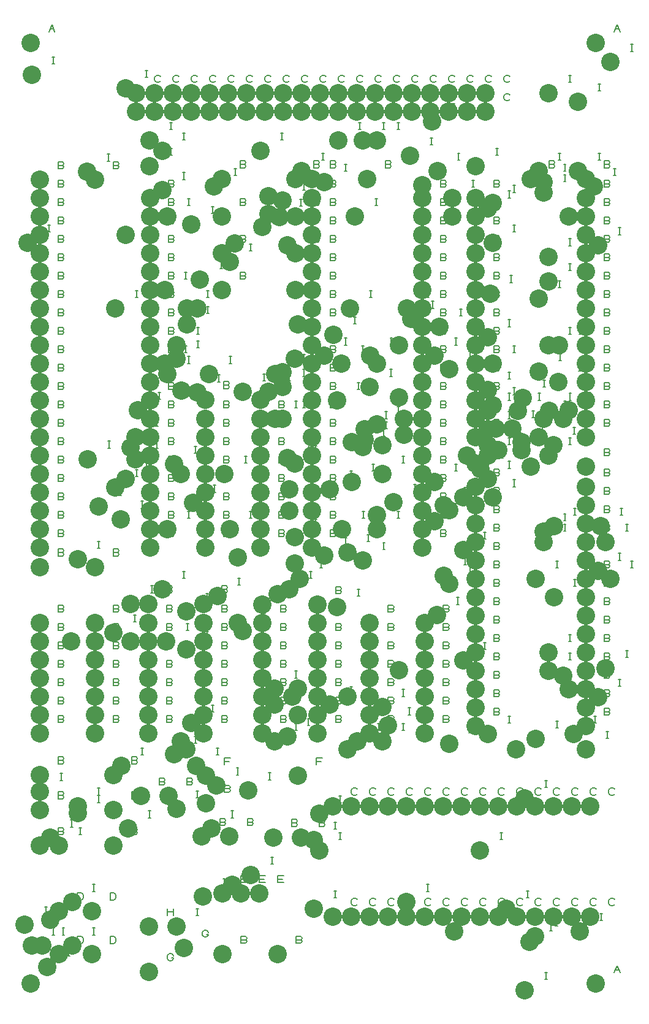
<source format=gbr>
G04 EasyPC Gerber Version 20.0.2 Build 4112 *
G04 #@! TF.Part,Single*
%FSLAX35Y35*%
%MOIN*%
%ADD12C,0.00500*%
G04 #@! TA.AperFunction,WasherPad*
%ADD76C,0.10000*%
X0Y0D02*
D02*
D12*
X35431Y53725D02*
X36681D01*
X36057D02*
Y57475D01*
X35431D02*
X36681D01*
X37006Y424506D02*
X38256D01*
X37631D02*
Y428256D01*
X37006D02*
X38256D01*
X37750Y21687D02*
X39313Y25437D01*
X40875Y21687*
X38375Y23250D02*
X40250D01*
X37750Y533187D02*
X39313Y536937D01*
X40875Y533187*
X38375Y534750D02*
X40250D01*
X39506Y42246D02*
X40756D01*
X40131D02*
Y45996D01*
X39506D02*
X40756D01*
X39506Y515606D02*
X40756D01*
X40131D02*
Y519356D01*
X39506D02*
X40756D01*
X44937Y98563D02*
X45563Y98250D01*
X45875Y97625*
X45563Y97000*
X44937Y96687*
X42750*
Y100437*
X44937*
X45563Y100125*
X45875Y99500*
X45563Y98875*
X44937Y98563*
X42750*
X44937Y118063D02*
X45563Y117750D01*
X45875Y117125*
X45563Y116500*
X44937Y116187*
X42750*
Y119937*
X44937*
X45563Y119625*
X45875Y119000*
X45563Y118375*
X44937Y118063*
X42750*
X43687Y126187D02*
X44937D01*
X44313D02*
Y129937D01*
X43687D02*
X44937D01*
Y137063D02*
X45563Y136750D01*
X45875Y136125*
X45563Y135500*
X44937Y135187*
X42750*
Y138937*
X44937*
X45563Y138625*
X45875Y138000*
X45563Y137375*
X44937Y137063*
X42750*
X44937Y159563D02*
X45563Y159250D01*
X45875Y158625*
X45563Y158000*
X44937Y157687*
X42750*
Y161437*
X44937*
X45563Y161125*
X45875Y160500*
X45563Y159875*
X44937Y159563*
X42750*
X44937Y169563D02*
X45563Y169250D01*
X45875Y168625*
X45563Y168000*
X44937Y167687*
X42750*
Y171437*
X44937*
X45563Y171125*
X45875Y170500*
X45563Y169875*
X44937Y169563*
X42750*
X44937Y179563D02*
X45563Y179250D01*
X45875Y178625*
X45563Y178000*
X44937Y177687*
X42750*
Y181437*
X44937*
X45563Y181125*
X45875Y180500*
X45563Y179875*
X44937Y179563*
X42750*
X44937Y189563D02*
X45563Y189250D01*
X45875Y188625*
X45563Y188000*
X44937Y187687*
X42750*
Y191437*
X44937*
X45563Y191125*
X45875Y190500*
X45563Y189875*
X44937Y189563*
X42750*
X44937Y199563D02*
X45563Y199250D01*
X45875Y198625*
X45563Y198000*
X44937Y197687*
X42750*
Y201437*
X44937*
X45563Y201125*
X45875Y200500*
X45563Y199875*
X44937Y199563*
X42750*
X44937Y209563D02*
X45563Y209250D01*
X45875Y208625*
X45563Y208000*
X44937Y207687*
X42750*
Y211437*
X44937*
X45563Y211125*
X45875Y210500*
X45563Y209875*
X44937Y209563*
X42750*
X44937Y219563D02*
X45563Y219250D01*
X45875Y218625*
X45563Y218000*
X44937Y217687*
X42750*
Y221437*
X44937*
X45563Y221125*
X45875Y220500*
X45563Y219875*
X44937Y219563*
X42750*
X44937Y250063D02*
X45563Y249750D01*
X45875Y249125*
X45563Y248500*
X44937Y248187*
X42750*
Y251937*
X44937*
X45563Y251625*
X45875Y251000*
X45563Y250375*
X44937Y250063*
X42750*
X44937Y260563D02*
X45563Y260250D01*
X45875Y259625*
X45563Y259000*
X44937Y258687*
X42750*
Y262437*
X44937*
X45563Y262125*
X45875Y261500*
X45563Y260875*
X44937Y260563*
X42750*
X44937Y270563D02*
X45563Y270250D01*
X45875Y269625*
X45563Y269000*
X44937Y268687*
X42750*
Y272437*
X44937*
X45563Y272125*
X45875Y271500*
X45563Y270875*
X44937Y270563*
X42750*
X44937Y280563D02*
X45563Y280250D01*
X45875Y279625*
X45563Y279000*
X44937Y278687*
X42750*
Y282437*
X44937*
X45563Y282125*
X45875Y281500*
X45563Y280875*
X44937Y280563*
X42750*
X44937Y290563D02*
X45563Y290250D01*
X45875Y289625*
X45563Y289000*
X44937Y288687*
X42750*
Y292437*
X44937*
X45563Y292125*
X45875Y291500*
X45563Y290875*
X44937Y290563*
X42750*
X44937Y300563D02*
X45563Y300250D01*
X45875Y299625*
X45563Y299000*
X44937Y298687*
X42750*
Y302437*
X44937*
X45563Y302125*
X45875Y301500*
X45563Y300875*
X44937Y300563*
X42750*
X44937Y310563D02*
X45563Y310250D01*
X45875Y309625*
X45563Y309000*
X44937Y308687*
X42750*
Y312437*
X44937*
X45563Y312125*
X45875Y311500*
X45563Y310875*
X44937Y310563*
X42750*
X44937Y320563D02*
X45563Y320250D01*
X45875Y319625*
X45563Y319000*
X44937Y318687*
X42750*
Y322437*
X44937*
X45563Y322125*
X45875Y321500*
X45563Y320875*
X44937Y320563*
X42750*
X44937Y330563D02*
X45563Y330250D01*
X45875Y329625*
X45563Y329000*
X44937Y328687*
X42750*
Y332437*
X44937*
X45563Y332125*
X45875Y331500*
X45563Y330875*
X44937Y330563*
X42750*
X44937Y340563D02*
X45563Y340250D01*
X45875Y339625*
X45563Y339000*
X44937Y338687*
X42750*
Y342437*
X44937*
X45563Y342125*
X45875Y341500*
X45563Y340875*
X44937Y340563*
X42750*
X44937Y350563D02*
X45563Y350250D01*
X45875Y349625*
X45563Y349000*
X44937Y348687*
X42750*
Y352437*
X44937*
X45563Y352125*
X45875Y351500*
X45563Y350875*
X44937Y350563*
X42750*
X44937Y360563D02*
X45563Y360250D01*
X45875Y359625*
X45563Y359000*
X44937Y358687*
X42750*
Y362437*
X44937*
X45563Y362125*
X45875Y361500*
X45563Y360875*
X44937Y360563*
X42750*
X44937Y370563D02*
X45563Y370250D01*
X45875Y369625*
X45563Y369000*
X44937Y368687*
X42750*
Y372437*
X44937*
X45563Y372125*
X45875Y371500*
X45563Y370875*
X44937Y370563*
X42750*
X44937Y380563D02*
X45563Y380250D01*
X45875Y379625*
X45563Y379000*
X44937Y378687*
X42750*
Y382437*
X44937*
X45563Y382125*
X45875Y381500*
X45563Y380875*
X44937Y380563*
X42750*
X44937Y390563D02*
X45563Y390250D01*
X45875Y389625*
X45563Y389000*
X44937Y388687*
X42750*
Y392437*
X44937*
X45563Y392125*
X45875Y391500*
X45563Y390875*
X44937Y390563*
X42750*
X44937Y400563D02*
X45563Y400250D01*
X45875Y399625*
X45563Y399000*
X44937Y398687*
X42750*
Y402437*
X44937*
X45563Y402125*
X45875Y401500*
X45563Y400875*
X44937Y400563*
X42750*
X44937Y410563D02*
X45563Y410250D01*
X45875Y409625*
X45563Y409000*
X44937Y408687*
X42750*
Y412437*
X44937*
X45563Y412125*
X45875Y411500*
X45563Y410875*
X44937Y410563*
X42750*
X44937Y420563D02*
X45563Y420250D01*
X45875Y419625*
X45563Y419000*
X44937Y418687*
X42750*
Y422437*
X44937*
X45563Y422125*
X45875Y421500*
X45563Y420875*
X44937Y420563*
X42750*
X44937Y430563D02*
X45563Y430250D01*
X45875Y429625*
X45563Y429000*
X44937Y428687*
X42750*
Y432437*
X44937*
X45563Y432125*
X45875Y431500*
X45563Y430875*
X44937Y430563*
X42750*
X44937Y440563D02*
X45563Y440250D01*
X45875Y439625*
X45563Y439000*
X44937Y438687*
X42750*
Y442437*
X44937*
X45563Y442125*
X45875Y441500*
X45563Y440875*
X44937Y440563*
X42750*
X44937Y450563D02*
X45563Y450250D01*
X45875Y449625*
X45563Y449000*
X44937Y448687*
X42750*
Y452437*
X44937*
X45563Y452125*
X45875Y451500*
X45563Y450875*
X44937Y450563*
X42750*
X44937Y460563D02*
X45563Y460250D01*
X45875Y459625*
X45563Y459000*
X44937Y458687*
X42750*
Y462437*
X44937*
X45563Y462125*
X45875Y461500*
X45563Y460875*
X44937Y460563*
X42750*
X44961Y42246D02*
X46211D01*
X45587D02*
Y45996D01*
X44961D02*
X46211D01*
X47743Y30743D02*
X48993D01*
X48368D02*
Y34493D01*
X47743D02*
X48993D01*
X49506Y56506D02*
X50756D01*
X50131D02*
Y60256D01*
X49506D02*
X50756D01*
X49506Y100869D02*
X50756D01*
X50131D02*
Y104619D01*
X49506D02*
X50756D01*
X53250Y37565D02*
Y41315D01*
X55125*
X55750Y41003*
X56063Y40691*
X56375Y40065*
Y38815*
X56063Y38191*
X55750Y37878*
X55125Y37565*
X53250*
Y61187D02*
Y64937D01*
X55125*
X55750Y64625*
X56063Y64313*
X56375Y63687*
Y62437*
X56063Y61813*
X55750Y61500*
X55125Y61187*
X53250*
X54187Y96687D02*
X55437D01*
X54813D02*
Y100437D01*
X54187D02*
X55437D01*
X60687Y207687D02*
X61937D01*
X61313D02*
Y211437D01*
X60687D02*
X61937D01*
X61444Y42246D02*
X62694D01*
X62069D02*
Y45996D01*
X61444D02*
X62694D01*
X61444Y65869D02*
X62694D01*
X62069D02*
Y69619D01*
X61444D02*
X62694D01*
X64225Y114200D02*
X65475D01*
X64850D02*
Y117950D01*
X64225D02*
X65475D01*
X64225Y118187D02*
X65475D01*
X64850D02*
Y121937D01*
X64225D02*
X65475D01*
X64225Y252369D02*
X65475D01*
X64850D02*
Y256119D01*
X64225D02*
X65475D01*
X69506Y462869D02*
X70756D01*
X70131D02*
Y466619D01*
X69506D02*
X70756D01*
X69687Y306856D02*
X70937D01*
X70313D02*
Y310606D01*
X69687D02*
X70937D01*
X70967Y37565D02*
Y41315D01*
X72842*
X73467Y41003*
X73779Y40691*
X74092Y40065*
Y38815*
X73779Y38191*
X73467Y37878*
X72842Y37565*
X70967*
Y61187D02*
Y64937D01*
X72842*
X73467Y64625*
X73779Y64313*
X74092Y63687*
Y62437*
X73779Y61813*
X73467Y61500*
X72842Y61187*
X70967*
X74937Y159563D02*
X75563Y159250D01*
X75875Y158625*
X75563Y158000*
X74937Y157687*
X72750*
Y161437*
X74937*
X75563Y161125*
X75875Y160500*
X75563Y159875*
X74937Y159563*
X72750*
X74937Y169563D02*
X75563Y169250D01*
X75875Y168625*
X75563Y168000*
X74937Y167687*
X72750*
Y171437*
X74937*
X75563Y171125*
X75875Y170500*
X75563Y169875*
X74937Y169563*
X72750*
X74937Y179563D02*
X75563Y179250D01*
X75875Y178625*
X75563Y178000*
X74937Y177687*
X72750*
Y181437*
X74937*
X75563Y181125*
X75875Y180500*
X75563Y179875*
X74937Y179563*
X72750*
X74937Y189563D02*
X75563Y189250D01*
X75875Y188625*
X75563Y188000*
X74937Y187687*
X72750*
Y191437*
X74937*
X75563Y191125*
X75875Y190500*
X75563Y189875*
X74937Y189563*
X72750*
X74937Y199563D02*
X75563Y199250D01*
X75875Y198625*
X75563Y198000*
X74937Y197687*
X72750*
Y201437*
X74937*
X75563Y201125*
X75875Y200500*
X75563Y199875*
X74937Y199563*
X72750*
X74937Y209563D02*
X75563Y209250D01*
X75875Y208625*
X75563Y208000*
X74937Y207687*
X72750*
Y211437*
X74937*
X75563Y211125*
X75875Y210500*
X75563Y209875*
X74937Y209563*
X72750*
X74937Y219563D02*
X75563Y219250D01*
X75875Y218625*
X75563Y218000*
X74937Y217687*
X72750*
Y221437*
X74937*
X75563Y221125*
X75875Y220500*
X75563Y219875*
X74937Y219563*
X72750*
X74937Y250063D02*
X75563Y249750D01*
X75875Y249125*
X75563Y248500*
X74937Y248187*
X72750*
Y251937*
X74937*
X75563Y251625*
X75875Y251000*
X75563Y250375*
X74937Y250063*
X72750*
X74937Y460563D02*
X75563Y460250D01*
X75875Y459625*
X75563Y459000*
X74937Y458687*
X72750*
Y462437*
X74937*
X75563Y462125*
X75875Y461500*
X75563Y460875*
X74937Y460563*
X72750*
X75687Y281187D02*
X76937D01*
X76313D02*
Y284937D01*
X75687D02*
X76937D01*
X84937Y98563D02*
X85563Y98250D01*
X85875Y97625*
X85563Y97000*
X84937Y96687*
X82750*
Y100437*
X84937*
X85563Y100125*
X85875Y99500*
X85563Y98875*
X84937Y98563*
X82750*
X84937Y118063D02*
X85563Y117750D01*
X85875Y117125*
X85563Y116500*
X84937Y116187*
X82750*
Y119937*
X84937*
X85563Y119625*
X85875Y119000*
X85563Y118375*
X84937Y118063*
X82750*
X84937Y137063D02*
X85563Y136750D01*
X85875Y136125*
X85563Y135500*
X84937Y135187*
X82750*
Y138937*
X84937*
X85563Y138625*
X85875Y138000*
X85563Y137375*
X84937Y137063*
X82750*
X83687Y212300D02*
X84937D01*
X84313D02*
Y216050D01*
X83687D02*
X84937D01*
X84676Y291469D02*
X85926D01*
X85301D02*
Y295219D01*
X84676D02*
X85926D01*
X84676Y388687D02*
X85926D01*
X85301D02*
Y392437D01*
X84676D02*
X85926D01*
X87687Y274187D02*
X88937D01*
X88313D02*
Y277937D01*
X87687D02*
X88937D01*
X87869Y140169D02*
X89119D01*
X88494D02*
Y143919D01*
X87869D02*
X89119D01*
X90238Y296081D02*
X91488D01*
X90863D02*
Y299831D01*
X90238D02*
X91488D01*
X90238Y428687D02*
X91488D01*
X90863D02*
Y432437D01*
X90238D02*
X91488D01*
X90238Y508469D02*
X91488D01*
X90863D02*
Y512219D01*
X90238D02*
X91488D01*
X91725Y105869D02*
X92975D01*
X92350D02*
Y109619D01*
X91725D02*
X92975D01*
X93019Y312869D02*
X94269D01*
X93644D02*
Y316619D01*
X93019D02*
X94269D01*
X93187Y207687D02*
X94437D01*
X93813D02*
Y211437D01*
X93187D02*
X94437D01*
X93187Y228187D02*
X94437D01*
X93813D02*
Y231937D01*
X93187D02*
X94437D01*
X95800Y306856D02*
X97050D01*
X96425D02*
Y310606D01*
X95800D02*
X97050D01*
X95800Y318687D02*
X97050D01*
X96425D02*
Y322437D01*
X95800D02*
X97050D01*
X98375Y496313D02*
X98063Y496000D01*
X97437Y495687*
X96500*
X95875Y496000*
X95563Y496313*
X95250Y496937*
Y498187*
X95563Y498813*
X95875Y499125*
X96500Y499437*
X97437*
X98063Y499125*
X98375Y498813*
Y506313D02*
X98063Y506000D01*
X97437Y505687*
X96500*
X95875Y506000*
X95563Y506313*
X95250Y506937*
Y508187*
X95563Y508813*
X95875Y509125*
X96500Y509437*
X97437*
X98063Y509125*
X98375Y508813*
X97006Y333431D02*
X98256D01*
X97631D02*
Y337181D01*
X97006D02*
X98256D01*
X99937Y125563D02*
X100563Y125250D01*
X100875Y124625*
X100563Y124000*
X99937Y123687*
X97750*
Y127437*
X99937*
X100563Y127125*
X100875Y126500*
X100563Y125875*
X99937Y125563*
X97750*
X103937Y159563D02*
X104563Y159250D01*
X104875Y158625*
X104563Y158000*
X103937Y157687*
X101750*
Y161437*
X103937*
X104563Y161125*
X104875Y160500*
X104563Y159875*
X103937Y159563*
X101750*
X103937Y169563D02*
X104563Y169250D01*
X104875Y168625*
X104563Y168000*
X103937Y167687*
X101750*
Y171437*
X103937*
X104563Y171125*
X104875Y170500*
X104563Y169875*
X103937Y169563*
X101750*
X103937Y179563D02*
X104563Y179250D01*
X104875Y178625*
X104563Y178000*
X103937Y177687*
X101750*
Y181437*
X103937*
X104563Y181125*
X104875Y180500*
X104563Y179875*
X103937Y179563*
X101750*
X103937Y189563D02*
X104563Y189250D01*
X104875Y188625*
X104563Y188000*
X103937Y187687*
X101750*
Y191437*
X103937*
X104563Y191125*
X104875Y190500*
X104563Y189875*
X103937Y189563*
X101750*
X103937Y199563D02*
X104563Y199250D01*
X104875Y198625*
X104563Y198000*
X103937Y197687*
X101750*
Y201437*
X103937*
X104563Y201125*
X104875Y200500*
X104563Y199875*
X103937Y199563*
X101750*
X103937Y209563D02*
X104563Y209250D01*
X104875Y208625*
X104563Y208000*
X103937Y207687*
X101750*
Y211437*
X103937*
X104563Y211125*
X104875Y210500*
X104563Y209875*
X103937Y209563*
X101750*
X103937Y219563D02*
X104563Y219250D01*
X104875Y218625*
X104563Y218000*
X103937Y217687*
X101750*
Y221437*
X103937*
X104563Y221125*
X104875Y220500*
X104563Y219875*
X103937Y219563*
X101750*
X103937Y230063D02*
X104563Y229750D01*
X104875Y229125*
X104563Y228500*
X103937Y228187*
X101750*
Y231937*
X103937*
X104563Y231625*
X104875Y231000*
X104563Y230375*
X103937Y230063*
X101750*
X104437Y29750D02*
X105375D01*
Y29437*
X105063Y28813*
X104750Y28500*
X104125Y28187*
X103500*
X102875Y28500*
X102563Y28813*
X102250Y29437*
Y30687*
X102563Y31313*
X102875Y31625*
X103500Y31937*
X104125*
X104750Y31625*
X105063Y31313*
X105375Y30687*
X102250Y52794D02*
Y56544D01*
Y54669D02*
X105375D01*
Y52794D02*
Y56544D01*
X103406Y466150D02*
X104656D01*
X104031D02*
Y469900D01*
X103406D02*
X104656D01*
X103406Y480055D02*
X104656D01*
X104031D02*
Y483805D01*
X103406D02*
X104656D01*
X104937Y260563D02*
X105563Y260250D01*
X105875Y259625*
X105563Y259000*
X104937Y258687*
X102750*
Y262437*
X104937*
X105563Y262125*
X105875Y261500*
X105563Y260875*
X104937Y260563*
X102750*
X104937Y270563D02*
X105563Y270250D01*
X105875Y269625*
X105563Y269000*
X104937Y268687*
X102750*
Y272437*
X104937*
X105563Y272125*
X105875Y271500*
X105563Y270875*
X104937Y270563*
X102750*
X104937Y280563D02*
X105563Y280250D01*
X105875Y279625*
X105563Y279000*
X104937Y278687*
X102750*
Y282437*
X104937*
X105563Y282125*
X105875Y281500*
X105563Y280875*
X104937Y280563*
X102750*
X104937Y290563D02*
X105563Y290250D01*
X105875Y289625*
X105563Y289000*
X104937Y288687*
X102750*
Y292437*
X104937*
X105563Y292125*
X105875Y291500*
X105563Y290875*
X104937Y290563*
X102750*
X104937Y300563D02*
X105563Y300250D01*
X105875Y299625*
X105563Y299000*
X104937Y298687*
X102750*
Y302437*
X104937*
X105563Y302125*
X105875Y301500*
X105563Y300875*
X104937Y300563*
X102750*
X104937Y310563D02*
X105563Y310250D01*
X105875Y309625*
X105563Y309000*
X104937Y308687*
X102750*
Y312437*
X104937*
X105563Y312125*
X105875Y311500*
X105563Y310875*
X104937Y310563*
X102750*
X104937Y320563D02*
X105563Y320250D01*
X105875Y319625*
X105563Y319000*
X104937Y318687*
X102750*
Y322437*
X104937*
X105563Y322125*
X105875Y321500*
X105563Y320875*
X104937Y320563*
X102750*
X104937Y330563D02*
X105563Y330250D01*
X105875Y329625*
X105563Y329000*
X104937Y328687*
X102750*
Y332437*
X104937*
X105563Y332125*
X105875Y331500*
X105563Y330875*
X104937Y330563*
X102750*
X104937Y340563D02*
X105563Y340250D01*
X105875Y339625*
X105563Y339000*
X104937Y338687*
X102750*
Y342437*
X104937*
X105563Y342125*
X105875Y341500*
X105563Y340875*
X104937Y340563*
X102750*
X104937Y350563D02*
X105563Y350250D01*
X105875Y349625*
X105563Y349000*
X104937Y348687*
X102750*
Y352437*
X104937*
X105563Y352125*
X105875Y351500*
X105563Y350875*
X104937Y350563*
X102750*
X104937Y360563D02*
X105563Y360250D01*
X105875Y359625*
X105563Y359000*
X104937Y358687*
X102750*
Y362437*
X104937*
X105563Y362125*
X105875Y361500*
X105563Y360875*
X104937Y360563*
X102750*
X104937Y370563D02*
X105563Y370250D01*
X105875Y369625*
X105563Y369000*
X104937Y368687*
X102750*
Y372437*
X104937*
X105563Y372125*
X105875Y371500*
X105563Y370875*
X104937Y370563*
X102750*
X104937Y380563D02*
X105563Y380250D01*
X105875Y379625*
X105563Y379000*
X104937Y378687*
X102750*
Y382437*
X104937*
X105563Y382125*
X105875Y381500*
X105563Y380875*
X104937Y380563*
X102750*
X104937Y390563D02*
X105563Y390250D01*
X105875Y389625*
X105563Y389000*
X104937Y388687*
X102750*
Y392437*
X104937*
X105563Y392125*
X105875Y391500*
X105563Y390875*
X104937Y390563*
X102750*
X104937Y400563D02*
X105563Y400250D01*
X105875Y399625*
X105563Y399000*
X104937Y398687*
X102750*
Y402437*
X104937*
X105563Y402125*
X105875Y401500*
X105563Y400875*
X104937Y400563*
X102750*
X104937Y410563D02*
X105563Y410250D01*
X105875Y409625*
X105563Y409000*
X104937Y408687*
X102750*
Y412437*
X104937*
X105563Y412125*
X105875Y411500*
X105563Y410875*
X104937Y410563*
X102750*
X104937Y420563D02*
X105563Y420250D01*
X105875Y419625*
X105563Y419000*
X104937Y418687*
X102750*
Y422437*
X104937*
X105563Y422125*
X105875Y421500*
X105563Y420875*
X104937Y420563*
X102750*
X104937Y430563D02*
X105563Y430250D01*
X105875Y429625*
X105563Y429000*
X104937Y428687*
X102750*
Y432437*
X104937*
X105563Y432125*
X105875Y431500*
X105563Y430875*
X104937Y430563*
X102750*
X104937Y440563D02*
X105563Y440250D01*
X105875Y439625*
X105563Y439000*
X104937Y438687*
X102750*
Y442437*
X104937*
X105563Y442125*
X105875Y441500*
X105563Y440875*
X104937Y440563*
X102750*
X104937Y450563D02*
X105563Y450250D01*
X105875Y449625*
X105563Y449000*
X104937Y448687*
X102750*
Y452437*
X104937*
X105563Y452125*
X105875Y451500*
X105563Y450875*
X104937Y450563*
X102750*
X108375Y496313D02*
X108063Y496000D01*
X107437Y495687*
X106500*
X105875Y496000*
X105563Y496313*
X105250Y496937*
Y498187*
X105563Y498813*
X105875Y499125*
X106500Y499437*
X107437*
X108063Y499125*
X108375Y498813*
Y506313D02*
X108063Y506000D01*
X107437Y505687*
X106500*
X105875Y506000*
X105563Y506313*
X105250Y506937*
Y508187*
X105563Y508813*
X105875Y509125*
X106500Y509437*
X107437*
X108063Y509125*
X108375Y508813*
X110369Y236125D02*
X111619D01*
X110994D02*
Y239875D01*
X110369D02*
X111619D01*
X110369Y452869D02*
X111619D01*
X110994D02*
Y456619D01*
X110369D02*
X111619D01*
X110369Y474493D02*
X111619D01*
X110994D02*
Y478243D01*
X110369D02*
X111619D01*
X111575Y358687D02*
X112825D01*
X112200D02*
Y362437D01*
X111575D02*
X112825D01*
X111575Y398687D02*
X112825D01*
X112200D02*
Y402437D01*
X111575D02*
X112825D01*
X112406Y207687D02*
X113656D01*
X113031D02*
Y211437D01*
X112406D02*
X113656D01*
X113150Y268687D02*
X114400D01*
X113775D02*
Y272437D01*
X113150D02*
X114400D01*
X113150Y352869D02*
X114400D01*
X113775D02*
Y356619D01*
X113150D02*
X114400D01*
X113150Y438687D02*
X114400D01*
X113775D02*
Y442437D01*
X113150D02*
X114400D01*
X114937Y125563D02*
X115563Y125250D01*
X115875Y124625*
X115563Y124000*
X114937Y123687*
X112750*
Y127437*
X114937*
X115563Y127125*
X115875Y126500*
X115563Y125875*
X114937Y125563*
X112750*
X118375Y496313D02*
X118063Y496000D01*
X117437Y495687*
X116500*
X115875Y496000*
X115563Y496313*
X115250Y496937*
Y498187*
X115563Y498813*
X115875Y499125*
X116500Y499437*
X117437*
X118063Y499125*
X118375Y498813*
Y506313D02*
X118063Y506000D01*
X117437Y505687*
X116500*
X115875Y506000*
X115563Y506313*
X115250Y506937*
Y508187*
X115563Y508813*
X115875Y509125*
X116500Y509437*
X117437*
X118063Y509125*
X118375Y508813*
X116762Y146382D02*
X118012D01*
X117387D02*
Y150132D01*
X116762D02*
X118012D01*
X116762Y304075D02*
X118012D01*
X117387D02*
Y307825D01*
X116762D02*
X118012D01*
X117869Y52800D02*
X119119D01*
X118494D02*
Y56550D01*
X117869D02*
X119119D01*
X117869Y116725D02*
X119119D01*
X118494D02*
Y120475D01*
X117869D02*
X119119D01*
X118019Y361469D02*
X119269D01*
X118644D02*
Y365219D01*
X118019D02*
X119269D01*
X118019Y368687D02*
X119269D01*
X118644D02*
Y372437D01*
X118019D02*
X119269D01*
X120444Y153506D02*
X121694D01*
X121069D02*
Y157256D01*
X120444D02*
X121694D01*
X120444Y298687D02*
X121694D01*
X121069D02*
Y302437D01*
X120444D02*
X121694D01*
X120800Y344075D02*
X122050D01*
X121425D02*
Y347825D01*
X120800D02*
X122050D01*
X123335Y42545D02*
X124273D01*
Y42233*
X123960Y41608*
X123648Y41295*
X123023Y40983*
X122398*
X121773Y41295*
X121460Y41608*
X121148Y42233*
Y43483*
X121460Y44108*
X121773Y44420*
X122398Y44733*
X123023*
X123648Y44420*
X123960Y44108*
X124273Y43483*
X123225Y149163D02*
X124475D01*
X123850D02*
Y152913D01*
X123225D02*
X124475D01*
X123225Y203506D02*
X124475D01*
X123850D02*
Y207256D01*
X123225D02*
X124475D01*
X123225Y224006D02*
X124475D01*
X123850D02*
Y227756D01*
X123225D02*
X124475D01*
X123581Y380087D02*
X124831D01*
X124206D02*
Y383837D01*
X123581D02*
X124831D01*
X123581Y388687D02*
X124831D01*
X124206D02*
Y392437D01*
X123581D02*
X124831D01*
X126006Y163443D02*
X127256D01*
X126631D02*
Y167193D01*
X126006D02*
X127256D01*
X126187Y434506D02*
X127437D01*
X126813D02*
Y438256D01*
X126187D02*
X127437D01*
X128375Y496313D02*
X128063Y496000D01*
X127437Y495687*
X126500*
X125875Y496000*
X125563Y496313*
X125250Y496937*
Y498187*
X125563Y498813*
X125875Y499125*
X126500Y499437*
X127437*
X128063Y499125*
X128375Y498813*
Y506313D02*
X128063Y506000D01*
X127437Y505687*
X126500*
X125875Y506000*
X125563Y506313*
X125250Y506937*
Y508187*
X125563Y508813*
X125875Y509125*
X126500Y509437*
X127437*
X128063Y509125*
X128375Y508813*
X127006Y282869D02*
X128256D01*
X127631D02*
Y286619D01*
X127006D02*
X128256D01*
X128706Y140169D02*
X129956D01*
X129331D02*
Y143919D01*
X128706D02*
X129956D01*
X129506Y342869D02*
X130756D01*
X130131D02*
Y346619D01*
X129506D02*
X130756D01*
X129506Y388687D02*
X130756D01*
X130131D02*
Y392437D01*
X129506D02*
X130756D01*
X130800Y404443D02*
X132050D01*
X131425D02*
Y408193D01*
X130800D02*
X132050D01*
X132937Y103563D02*
X133563Y103250D01*
X133875Y102625*
X133563Y102000*
X132937Y101687*
X130750*
Y105437*
X132937*
X133563Y105125*
X133875Y104500*
X133563Y103875*
X132937Y103563*
X130750*
X132321Y69113D02*
X133571D01*
X132946D02*
Y72863D01*
X132321D02*
X133571D01*
X133937Y159563D02*
X134563Y159250D01*
X134875Y158625*
X134563Y158000*
X133937Y157687*
X131750*
Y161437*
X133937*
X134563Y161125*
X134875Y160500*
X134563Y159875*
X133937Y159563*
X131750*
X133937Y169563D02*
X134563Y169250D01*
X134875Y168625*
X134563Y168000*
X133937Y167687*
X131750*
Y171437*
X133937*
X134563Y171125*
X134875Y170500*
X134563Y169875*
X133937Y169563*
X131750*
X133937Y179563D02*
X134563Y179250D01*
X134875Y178625*
X134563Y178000*
X133937Y177687*
X131750*
Y181437*
X133937*
X134563Y181125*
X134875Y180500*
X134563Y179875*
X133937Y179563*
X131750*
X133937Y189563D02*
X134563Y189250D01*
X134875Y188625*
X134563Y188000*
X133937Y187687*
X131750*
Y191437*
X133937*
X134563Y191125*
X134875Y190500*
X134563Y189875*
X133937Y189563*
X131750*
X133937Y199563D02*
X134563Y199250D01*
X134875Y198625*
X134563Y198000*
X133937Y197687*
X131750*
Y201437*
X133937*
X134563Y201125*
X134875Y200500*
X134563Y199875*
X133937Y199563*
X131750*
X133937Y209563D02*
X134563Y209250D01*
X134875Y208625*
X134563Y208000*
X133937Y207687*
X131750*
Y211437*
X133937*
X134563Y211125*
X134875Y210500*
X134563Y209875*
X133937Y209563*
X131750*
X133937Y219563D02*
X134563Y219250D01*
X134875Y218625*
X134563Y218000*
X133937Y217687*
X131750*
Y221437*
X133937*
X134563Y221125*
X134875Y220500*
X134563Y219875*
X133937Y219563*
X131750*
X133937Y230063D02*
X134563Y229750D01*
X134875Y229125*
X134563Y228500*
X133937Y228187*
X131750*
Y231937*
X133937*
X134563Y231625*
X134875Y231000*
X134563Y230375*
X133937Y230063*
X131750*
X134937Y260563D02*
X135563Y260250D01*
X135875Y259625*
X135563Y259000*
X134937Y258687*
X132750*
Y262437*
X134937*
X135563Y262125*
X135875Y261500*
X135563Y260875*
X134937Y260563*
X132750*
X134937Y270563D02*
X135563Y270250D01*
X135875Y269625*
X135563Y269000*
X134937Y268687*
X132750*
Y272437*
X134937*
X135563Y272125*
X135875Y271500*
X135563Y270875*
X134937Y270563*
X132750*
X134937Y280563D02*
X135563Y280250D01*
X135875Y279625*
X135563Y279000*
X134937Y278687*
X132750*
Y282437*
X134937*
X135563Y282125*
X135875Y281500*
X135563Y280875*
X134937Y280563*
X132750*
X134937Y290563D02*
X135563Y290250D01*
X135875Y289625*
X135563Y289000*
X134937Y288687*
X132750*
Y292437*
X134937*
X135563Y292125*
X135875Y291500*
X135563Y290875*
X134937Y290563*
X132750*
X134937Y300563D02*
X135563Y300250D01*
X135875Y299625*
X135563Y299000*
X134937Y298687*
X132750*
Y302437*
X134937*
X135563Y302125*
X135875Y301500*
X135563Y300875*
X134937Y300563*
X132750*
X134937Y310563D02*
X135563Y310250D01*
X135875Y309625*
X135563Y309000*
X134937Y308687*
X132750*
Y312437*
X134937*
X135563Y312125*
X135875Y311500*
X135563Y310875*
X134937Y310563*
X132750*
X134937Y320563D02*
X135563Y320250D01*
X135875Y319625*
X135563Y319000*
X134937Y318687*
X132750*
Y322437*
X134937*
X135563Y322125*
X135875Y321500*
X135563Y320875*
X134937Y320563*
X132750*
X134937Y330563D02*
X135563Y330250D01*
X135875Y329625*
X135563Y329000*
X134937Y328687*
X132750*
Y332437*
X134937*
X135563Y332125*
X135875Y331500*
X135563Y330875*
X134937Y330563*
X132750*
X134937Y341063D02*
X135563Y340750D01*
X135875Y340125*
X135563Y339500*
X134937Y339187*
X132750*
Y342937*
X134937*
X135563Y342625*
X135875Y342000*
X135563Y341375*
X134937Y341063*
X132750*
X135437Y121623D02*
X136063Y121310D01*
X136375Y120685*
X136063Y120060*
X135437Y119748*
X133250*
Y123498*
X135437*
X136063Y123185*
X136375Y122560*
X136063Y121935*
X135437Y121623*
X133250*
Y134687D02*
Y138437D01*
X136375*
X135750Y136563D02*
X133250D01*
X135725Y352869D02*
X136975D01*
X136350D02*
Y356619D01*
X135725D02*
X136975D01*
X138375Y496313D02*
X138063Y496000D01*
X137437Y495687*
X136500*
X135875Y496000*
X135563Y496313*
X135250Y496937*
Y498187*
X135563Y498813*
X135875Y499125*
X136500Y499437*
X137437*
X138063Y499125*
X138375Y498813*
Y506313D02*
X138063Y506000D01*
X137437Y505687*
X136500*
X135875Y506000*
X135563Y506313*
X135250Y506937*
Y508187*
X135563Y508813*
X135875Y509125*
X136500Y509437*
X137437*
X138063Y509125*
X138375Y508813*
X136887Y105869D02*
X138137D01*
X137513D02*
Y109619D01*
X136887D02*
X138137D01*
X138506Y455006D02*
X139756D01*
X139131D02*
Y458756D01*
X138506D02*
X139756D01*
X139669Y129206D02*
X140919D01*
X140294D02*
Y132956D01*
X139669D02*
X140919D01*
X140369Y232369D02*
X141619D01*
X140994D02*
Y236119D01*
X140369D02*
X141619D01*
X143937Y400563D02*
X144563Y400250D01*
X144875Y399625*
X144563Y399000*
X143937Y398687*
X141750*
Y402437*
X143937*
X144563Y402125*
X144875Y401500*
X144563Y400875*
X143937Y400563*
X141750*
X143937Y420563D02*
X144563Y420250D01*
X144875Y419625*
X144563Y419000*
X143937Y418687*
X141750*
Y422437*
X143937*
X144563Y422125*
X144875Y421500*
X144563Y420875*
X143937Y420563*
X141750*
X143937Y440563D02*
X144563Y440250D01*
X144875Y439625*
X144563Y439000*
X143937Y438687*
X141750*
Y442437*
X143937*
X144563Y442125*
X144875Y441500*
X144563Y440875*
X143937Y440563*
X141750*
X143937Y461063D02*
X144563Y460750D01*
X144875Y460125*
X144563Y459500*
X143937Y459187*
X141750*
Y462937*
X143937*
X144563Y462625*
X144875Y462000*
X144563Y461375*
X143937Y461063*
X141750*
X144437Y39563D02*
X145063Y39250D01*
X145375Y38625*
X145063Y38000*
X144437Y37687*
X142250*
Y41437*
X144437*
X145063Y41125*
X145375Y40500*
X145063Y39875*
X144437Y39563*
X142250*
Y70687D02*
Y74437D01*
X145375*
X144750Y72563D02*
X142250D01*
Y70687D02*
X145375D01*
X144087Y298687D02*
X145337D01*
X144713D02*
Y302437D01*
X144087D02*
X145337D01*
X148375Y496313D02*
X148063Y496000D01*
X147437Y495687*
X146500*
X145875Y496000*
X145563Y496313*
X145250Y496937*
Y498187*
X145563Y498813*
X145875Y499125*
X146500Y499437*
X147437*
X148063Y499125*
X148375Y498813*
Y506313D02*
X148063Y506000D01*
X147437Y505687*
X146500*
X145875Y506000*
X145563Y506313*
X145250Y506937*
Y508187*
X145563Y508813*
X145875Y509125*
X146500Y509437*
X147437*
X148063Y509125*
X148375Y508813*
X147937Y103563D02*
X148563Y103250D01*
X148875Y102625*
X148563Y102000*
X147937Y101687*
X145750*
Y105437*
X147937*
X148563Y105125*
X148875Y104500*
X148563Y103875*
X147937Y103563*
X145750*
X146869Y268687D02*
X148119D01*
X147494D02*
Y272437D01*
X146869D02*
X148119D01*
X146869Y414075D02*
X148119D01*
X147494D02*
Y417825D01*
X146869D02*
X148119D01*
X148506Y75369D02*
X149756D01*
X149131D02*
Y79119D01*
X148506D02*
X149756D01*
X149650Y424075D02*
X150900D01*
X150275D02*
Y427825D01*
X149650D02*
X150900D01*
X151238Y217687D02*
X152488D01*
X151863D02*
Y221437D01*
X151238D02*
X152488D01*
X151238Y253300D02*
X152488D01*
X151863D02*
Y257050D01*
X151238D02*
X152488D01*
X152250Y70687D02*
Y74437D01*
X155375*
X154750Y72563D02*
X152250D01*
Y70687D02*
X155375D01*
X154019Y213506D02*
X155269D01*
X154644D02*
Y217256D01*
X154019D02*
X155269D01*
X154019Y343369D02*
X155269D01*
X154644D02*
Y347119D01*
X154019D02*
X155269D01*
X158375Y496313D02*
X158063Y496000D01*
X157437Y495687*
X156500*
X155875Y496000*
X155563Y496313*
X155250Y496937*
Y498187*
X155563Y498813*
X155875Y499125*
X156500Y499437*
X157437*
X158063Y499125*
X158375Y498813*
Y506313D02*
X158063Y506000D01*
X157437Y505687*
X156500*
X155875Y506000*
X155563Y506313*
X155250Y506937*
Y508187*
X155563Y508813*
X155875Y509125*
X156500Y509437*
X157437*
X158063Y509125*
X158375Y508813*
X157006Y126574D02*
X158256D01*
X157631D02*
Y130324D01*
X157006D02*
X158256D01*
X158506Y80631D02*
X159756D01*
X159131D02*
Y84381D01*
X158506D02*
X159756D01*
X162250Y70687D02*
Y74437D01*
X165375*
X164750Y72563D02*
X162250D01*
Y70687D02*
X165375D01*
X164937Y260563D02*
X165563Y260250D01*
X165875Y259625*
X165563Y259000*
X164937Y258687*
X162750*
Y262437*
X164937*
X165563Y262125*
X165875Y261500*
X165563Y260875*
X164937Y260563*
X162750*
X164937Y270563D02*
X165563Y270250D01*
X165875Y269625*
X165563Y269000*
X164937Y268687*
X162750*
Y272437*
X164937*
X165563Y272125*
X165875Y271500*
X165563Y270875*
X164937Y270563*
X162750*
X164937Y280563D02*
X165563Y280250D01*
X165875Y279625*
X165563Y279000*
X164937Y278687*
X162750*
Y282437*
X164937*
X165563Y282125*
X165875Y281500*
X165563Y280875*
X164937Y280563*
X162750*
X164937Y290563D02*
X165563Y290250D01*
X165875Y289625*
X165563Y289000*
X164937Y288687*
X162750*
Y292437*
X164937*
X165563Y292125*
X165875Y291500*
X165563Y290875*
X164937Y290563*
X162750*
X164937Y300563D02*
X165563Y300250D01*
X165875Y299625*
X165563Y299000*
X164937Y298687*
X162750*
Y302437*
X164937*
X165563Y302125*
X165875Y301500*
X165563Y300875*
X164937Y300563*
X162750*
X164937Y310563D02*
X165563Y310250D01*
X165875Y309625*
X165563Y309000*
X164937Y308687*
X162750*
Y312437*
X164937*
X165563Y312125*
X165875Y311500*
X165563Y310875*
X164937Y310563*
X162750*
X164937Y320563D02*
X165563Y320250D01*
X165875Y319625*
X165563Y319000*
X164937Y318687*
X162750*
Y322437*
X164937*
X165563Y322125*
X165875Y321500*
X165563Y320875*
X164937Y320563*
X162750*
X164937Y330563D02*
X165563Y330250D01*
X165875Y329625*
X165563Y329000*
X164937Y328687*
X162750*
Y332437*
X164937*
X165563Y332125*
X165875Y331500*
X165563Y330875*
X164937Y330563*
X162750*
X164937Y341063D02*
X165563Y340750D01*
X165875Y340125*
X165563Y339500*
X164937Y339187*
X162750*
Y342937*
X164937*
X165563Y342625*
X165875Y342000*
X165563Y341375*
X164937Y341063*
X162750*
X163687Y474493D02*
X164937D01*
X164313D02*
Y478243D01*
X163687D02*
X164937D01*
X165937Y159563D02*
X166563Y159250D01*
X166875Y158625*
X166563Y158000*
X165937Y157687*
X163750*
Y161437*
X165937*
X166563Y161125*
X166875Y160500*
X166563Y159875*
X165937Y159563*
X163750*
X165937Y169563D02*
X166563Y169250D01*
X166875Y168625*
X166563Y168000*
X165937Y167687*
X163750*
Y171437*
X165937*
X166563Y171125*
X166875Y170500*
X166563Y169875*
X165937Y169563*
X163750*
X165937Y179563D02*
X166563Y179250D01*
X166875Y178625*
X166563Y178000*
X165937Y177687*
X163750*
Y181437*
X165937*
X166563Y181125*
X166875Y180500*
X166563Y179875*
X165937Y179563*
X163750*
X165937Y189563D02*
X166563Y189250D01*
X166875Y188625*
X166563Y188000*
X165937Y187687*
X163750*
Y191437*
X165937*
X166563Y191125*
X166875Y190500*
X166563Y189875*
X165937Y189563*
X163750*
X165937Y199563D02*
X166563Y199250D01*
X166875Y198625*
X166563Y198000*
X165937Y197687*
X163750*
Y201437*
X165937*
X166563Y201125*
X166875Y200500*
X166563Y199875*
X165937Y199563*
X163750*
X165937Y209563D02*
X166563Y209250D01*
X166875Y208625*
X166563Y208000*
X165937Y207687*
X163750*
Y211437*
X165937*
X166563Y211125*
X166875Y210500*
X166563Y209875*
X165937Y209563*
X163750*
X165937Y219563D02*
X166563Y219250D01*
X166875Y218625*
X166563Y218000*
X165937Y217687*
X163750*
Y221437*
X165937*
X166563Y221125*
X166875Y220500*
X166563Y219875*
X165937Y219563*
X163750*
X165937Y229563D02*
X166563Y229250D01*
X166875Y228625*
X166563Y228000*
X165937Y227687*
X163750*
Y231437*
X165937*
X166563Y231125*
X166875Y230500*
X166563Y229875*
X165937Y229563*
X163750*
X164687Y432869D02*
X165937D01*
X165313D02*
Y436619D01*
X164687D02*
X165937D01*
X168375Y496313D02*
X168063Y496000D01*
X167437Y495687*
X166500*
X165875Y496000*
X165563Y496313*
X165250Y496937*
Y498187*
X165563Y498813*
X165875Y499125*
X166500Y499437*
X167437*
X168063Y499125*
X168375Y498813*
Y506313D02*
X168063Y506000D01*
X167437Y505687*
X166500*
X165875Y506000*
X165563Y506313*
X165250Y506937*
Y508187*
X165563Y508813*
X165875Y509125*
X166500Y509437*
X167437*
X168063Y509125*
X168375Y508813*
X167869Y343369D02*
X169119D01*
X168494D02*
Y347119D01*
X167869D02*
X169119D01*
X167869Y440087D02*
X169119D01*
X168494D02*
Y443837D01*
X167869D02*
X169119D01*
X168019Y449637D02*
X169269D01*
X168644D02*
Y453387D01*
X168019D02*
X169269D01*
X171937Y103063D02*
X172563Y102750D01*
X172875Y102125*
X172563Y101500*
X171937Y101187*
X169750*
Y104937*
X171937*
X172563Y104625*
X172875Y104000*
X172563Y103375*
X171937Y103063*
X169750*
X171369Y153506D02*
X172619D01*
X171994D02*
Y157256D01*
X171369D02*
X172619D01*
X171369Y173506D02*
X172619D01*
X171994D02*
Y177256D01*
X171369D02*
X172619D01*
X171369Y181869D02*
X172619D01*
X171994D02*
Y185619D01*
X171369D02*
X172619D01*
X171575Y328687D02*
X172825D01*
X172200D02*
Y332437D01*
X171575D02*
X172825D01*
X171575Y352869D02*
X172825D01*
X172200D02*
Y356619D01*
X171575D02*
X172825D01*
X173150Y233344D02*
X174400D01*
X173775D02*
Y237094D01*
X173150D02*
X174400D01*
X174437Y39563D02*
X175063Y39250D01*
X175375Y38625*
X175063Y38000*
X174437Y37687*
X172250*
Y41437*
X174437*
X175063Y41125*
X175375Y40500*
X175063Y39875*
X174437Y39563*
X172250*
X174150Y438431D02*
X175400D01*
X174776D02*
Y442181D01*
X174150D02*
X175400D01*
X175725Y328687D02*
X176975D01*
X176350D02*
Y332437D01*
X175725D02*
X176975D01*
X175725Y345906D02*
X176975D01*
X176350D02*
Y349656D01*
X175725D02*
X176975D01*
X175725Y354075D02*
X176975D01*
X176350D02*
Y357825D01*
X175725D02*
X176975D01*
X175725Y447224D02*
X176975D01*
X176350D02*
Y450974D01*
X175725D02*
X176975D01*
X178375Y496313D02*
X178063Y496000D01*
X177437Y495687*
X176500*
X175875Y496000*
X175563Y496313*
X175250Y496937*
Y498187*
X175563Y498813*
X175875Y499125*
X176500Y499437*
X177437*
X178063Y499125*
X178375Y498813*
Y506313D02*
X178063Y506000D01*
X177437Y505687*
X176500*
X175875Y506000*
X175563Y506313*
X175250Y506937*
Y508187*
X175563Y508813*
X175875Y509125*
X176500Y509437*
X177437*
X178063Y509125*
X178375Y508813*
X178262Y156113D02*
X179512D01*
X178887D02*
Y159863D01*
X178262D02*
X179512D01*
X178506Y307224D02*
X179756D01*
X179131D02*
Y310974D01*
X178506D02*
X179756D01*
X178506Y422869D02*
X179756D01*
X179131D02*
Y426619D01*
X178506D02*
X179756D01*
X179444Y236125D02*
X180694D01*
X180069D02*
Y239875D01*
X179444D02*
X180694D01*
X179444Y278687D02*
X180694D01*
X180069D02*
Y282437D01*
X179444D02*
X180694D01*
X179444Y290519D02*
X180694D01*
X180069D02*
Y294269D01*
X179444D02*
X180694D01*
X181043Y177687D02*
X182293D01*
X181669D02*
Y181437D01*
X181043D02*
X182293D01*
X182225Y249993D02*
X183475D01*
X182850D02*
Y253743D01*
X182225D02*
X183475D01*
X182225Y264506D02*
X183475D01*
X182850D02*
Y268256D01*
X182225D02*
X183475D01*
X182225Y304443D02*
X183475D01*
X182850D02*
Y308193D01*
X182225D02*
X183475D01*
X182225Y361469D02*
X183475D01*
X182850D02*
Y365219D01*
X182225D02*
X183475D01*
X183937Y400563D02*
X184563Y400250D01*
X184875Y399625*
X184563Y399000*
X183937Y398687*
X181750*
Y402437*
X183937*
X184563Y402125*
X184875Y401500*
X184563Y400875*
X183937Y400563*
X181750*
X183937Y420563D02*
X184563Y420250D01*
X184875Y419625*
X184563Y419000*
X183937Y418687*
X181750*
Y422437*
X183937*
X184563Y422125*
X184875Y421500*
X184563Y420875*
X183937Y420563*
X181750*
X183937Y440563D02*
X184563Y440250D01*
X184875Y439625*
X184563Y439000*
X183937Y438687*
X181750*
Y442437*
X183937*
X184563Y442125*
X184875Y441500*
X184563Y440875*
X183937Y440563*
X181750*
X183937Y461063D02*
X184563Y460750D01*
X184875Y460125*
X184563Y459500*
X183937Y459187*
X181750*
Y462937*
X183937*
X184563Y462625*
X184875Y462000*
X184563Y461375*
X183937Y461063*
X181750*
X183985Y380087D02*
X185235D01*
X184610D02*
Y383837D01*
X183985D02*
X185235D01*
X184019Y167687D02*
X185269D01*
X184644D02*
Y171437D01*
X184019D02*
X185269D01*
X184019Y181869D02*
X185269D01*
X184644D02*
Y185619D01*
X184019D02*
X185269D01*
X183250Y134687D02*
Y138437D01*
X186375*
X185750Y136563D02*
X183250D01*
X185006Y241687D02*
X186256D01*
X185631D02*
Y245437D01*
X185006D02*
X186256D01*
X186937Y103063D02*
X187563Y102750D01*
X187875Y102125*
X187563Y101500*
X186937Y101187*
X184750*
Y104937*
X186937*
X187563Y104625*
X187875Y104000*
X187563Y103375*
X186937Y103063*
X184750*
X186187Y463369D02*
X187437D01*
X186813D02*
Y467119D01*
X186187D02*
X187437D01*
X188375Y496313D02*
X188063Y496000D01*
X187437Y495687*
X186500*
X185875Y496000*
X185563Y496313*
X185250Y496937*
Y498187*
X185563Y498813*
X185875Y499125*
X186500Y499437*
X187437*
X188063Y499125*
X188375Y498813*
Y506313D02*
X188063Y506000D01*
X187437Y505687*
X186500*
X185875Y506000*
X185563Y506313*
X185250Y506937*
Y508187*
X185563Y508813*
X185875Y509125*
X186500Y509437*
X187437*
X188063Y509125*
X188375Y508813*
X192937Y260563D02*
X193563Y260250D01*
X193875Y259625*
X193563Y259000*
X192937Y258687*
X190750*
Y262437*
X192937*
X193563Y262125*
X193875Y261500*
X193563Y260875*
X192937Y260563*
X190750*
X192937Y270563D02*
X193563Y270250D01*
X193875Y269625*
X193563Y269000*
X192937Y268687*
X190750*
Y272437*
X192937*
X193563Y272125*
X193875Y271500*
X193563Y270875*
X192937Y270563*
X190750*
X192937Y280563D02*
X193563Y280250D01*
X193875Y279625*
X193563Y279000*
X192937Y278687*
X190750*
Y282437*
X192937*
X193563Y282125*
X193875Y281500*
X193563Y280875*
X192937Y280563*
X190750*
X192937Y290563D02*
X193563Y290250D01*
X193875Y289625*
X193563Y289000*
X192937Y288687*
X190750*
Y292437*
X192937*
X193563Y292125*
X193875Y291500*
X193563Y290875*
X192937Y290563*
X190750*
X192937Y300563D02*
X193563Y300250D01*
X193875Y299625*
X193563Y299000*
X192937Y298687*
X190750*
Y302437*
X192937*
X193563Y302125*
X193875Y301500*
X193563Y300875*
X192937Y300563*
X190750*
X192937Y310563D02*
X193563Y310250D01*
X193875Y309625*
X193563Y309000*
X192937Y308687*
X190750*
Y312437*
X192937*
X193563Y312125*
X193875Y311500*
X193563Y310875*
X192937Y310563*
X190750*
X192937Y320563D02*
X193563Y320250D01*
X193875Y319625*
X193563Y319000*
X192937Y318687*
X190750*
Y322437*
X192937*
X193563Y322125*
X193875Y321500*
X193563Y320875*
X192937Y320563*
X190750*
X192937Y330563D02*
X193563Y330250D01*
X193875Y329625*
X193563Y329000*
X192937Y328687*
X190750*
Y332437*
X192937*
X193563Y332125*
X193875Y331500*
X193563Y330875*
X192937Y330563*
X190750*
X192937Y340563D02*
X193563Y340250D01*
X193875Y339625*
X193563Y339000*
X192937Y338687*
X190750*
Y342437*
X192937*
X193563Y342125*
X193875Y341500*
X193563Y340875*
X192937Y340563*
X190750*
X192937Y350563D02*
X193563Y350250D01*
X193875Y349625*
X193563Y349000*
X192937Y348687*
X190750*
Y352437*
X192937*
X193563Y352125*
X193875Y351500*
X193563Y350875*
X192937Y350563*
X190750*
X192937Y360563D02*
X193563Y360250D01*
X193875Y359625*
X193563Y359000*
X192937Y358687*
X190750*
Y362437*
X192937*
X193563Y362125*
X193875Y361500*
X193563Y360875*
X192937Y360563*
X190750*
X192937Y370563D02*
X193563Y370250D01*
X193875Y369625*
X193563Y369000*
X192937Y368687*
X190750*
Y372437*
X192937*
X193563Y372125*
X193875Y371500*
X193563Y370875*
X192937Y370563*
X190750*
X192937Y380563D02*
X193563Y380250D01*
X193875Y379625*
X193563Y379000*
X192937Y378687*
X190750*
Y382437*
X192937*
X193563Y382125*
X193875Y381500*
X193563Y380875*
X192937Y380563*
X190750*
X192937Y390563D02*
X193563Y390250D01*
X193875Y389625*
X193563Y389000*
X192937Y388687*
X190750*
Y392437*
X192937*
X193563Y392125*
X193875Y391500*
X193563Y390875*
X192937Y390563*
X190750*
X192937Y400563D02*
X193563Y400250D01*
X193875Y399625*
X193563Y399000*
X192937Y398687*
X190750*
Y402437*
X192937*
X193563Y402125*
X193875Y401500*
X193563Y400875*
X192937Y400563*
X190750*
X192937Y410563D02*
X193563Y410250D01*
X193875Y409625*
X193563Y409000*
X192937Y408687*
X190750*
Y412437*
X192937*
X193563Y412125*
X193875Y411500*
X193563Y410875*
X192937Y410563*
X190750*
X192937Y420563D02*
X193563Y420250D01*
X193875Y419625*
X193563Y419000*
X192937Y418687*
X190750*
Y422437*
X192937*
X193563Y422125*
X193875Y421500*
X193563Y420875*
X192937Y420563*
X190750*
X192937Y430563D02*
X193563Y430250D01*
X193875Y429625*
X193563Y429000*
X192937Y428687*
X190750*
Y432437*
X192937*
X193563Y432125*
X193875Y431500*
X193563Y430875*
X192937Y430563*
X190750*
X192937Y440563D02*
X193563Y440250D01*
X193875Y439625*
X193563Y439000*
X192937Y438687*
X190750*
Y442437*
X192937*
X193563Y442125*
X193875Y441500*
X193563Y440875*
X192937Y440563*
X190750*
X192937Y450563D02*
X193563Y450250D01*
X193875Y449625*
X193563Y449000*
X192937Y448687*
X190750*
Y452437*
X192937*
X193563Y452125*
X193875Y451500*
X193563Y450875*
X192937Y450563*
X190750*
X192937Y461063D02*
X193563Y460750D01*
X193875Y460125*
X193563Y459500*
X192937Y459187*
X190750*
Y462937*
X192937*
X193563Y462625*
X193875Y462000*
X193563Y461375*
X192937Y461063*
X190750*
X192762Y62369D02*
X194012D01*
X193387D02*
Y66119D01*
X192762D02*
X194012D01*
X192762Y99613D02*
X194012D01*
X193387D02*
Y103363D01*
X192762D02*
X194012D01*
X195937Y159563D02*
X196563Y159250D01*
X196875Y158625*
X196563Y158000*
X195937Y157687*
X193750*
Y161437*
X195937*
X196563Y161125*
X196875Y160500*
X196563Y159875*
X195937Y159563*
X193750*
X195937Y169563D02*
X196563Y169250D01*
X196875Y168625*
X196563Y168000*
X195937Y167687*
X193750*
Y171437*
X195937*
X196563Y171125*
X196875Y170500*
X196563Y169875*
X195937Y169563*
X193750*
X195937Y179563D02*
X196563Y179250D01*
X196875Y178625*
X196563Y178000*
X195937Y177687*
X193750*
Y181437*
X195937*
X196563Y181125*
X196875Y180500*
X196563Y179875*
X195937Y179563*
X193750*
X195937Y189563D02*
X196563Y189250D01*
X196875Y188625*
X196563Y188000*
X195937Y187687*
X193750*
Y191437*
X195937*
X196563Y191125*
X196875Y190500*
X196563Y189875*
X195937Y189563*
X193750*
X195937Y199563D02*
X196563Y199250D01*
X196875Y198625*
X196563Y198000*
X195937Y197687*
X193750*
Y201437*
X195937*
X196563Y201125*
X196875Y200500*
X196563Y199875*
X195937Y199563*
X193750*
X195937Y209563D02*
X196563Y209250D01*
X196875Y208625*
X196563Y208000*
X195937Y207687*
X193750*
Y211437*
X195937*
X196563Y211125*
X196875Y210500*
X196563Y209875*
X195937Y209563*
X193750*
X195937Y219563D02*
X196563Y219250D01*
X196875Y218625*
X196563Y218000*
X195937Y217687*
X193750*
Y221437*
X195937*
X196563Y221125*
X196875Y220500*
X196563Y219875*
X195937Y219563*
X193750*
X195937Y229563D02*
X196563Y229250D01*
X196875Y228625*
X196563Y228000*
X195937Y227687*
X193750*
Y231437*
X195937*
X196563Y231125*
X196875Y230500*
X196563Y229875*
X195937Y229563*
X193750*
X195543Y94050D02*
X196793D01*
X196169D02*
Y97800D01*
X195543D02*
X196793D01*
X195543Y114006D02*
X196793D01*
X196169D02*
Y117756D01*
X195543D02*
X196793D01*
X198375Y496313D02*
X198063Y496000D01*
X197437Y495687*
X196500*
X195875Y496000*
X195563Y496313*
X195250Y496937*
Y498187*
X195563Y498813*
X195875Y499125*
X196500Y499437*
X197437*
X198063Y499125*
X198375Y498813*
Y506313D02*
X198063Y506000D01*
X197437Y505687*
X196500*
X195875Y506000*
X195563Y506313*
X195250Y506937*
Y508187*
X195563Y508813*
X195875Y509125*
X196500Y509437*
X197437*
X198063Y509125*
X198375Y508813*
X198369Y254506D02*
X199619D01*
X198994D02*
Y258256D01*
X198369D02*
X199619D01*
X198369Y362869D02*
X199619D01*
X198994D02*
Y366619D01*
X198369D02*
X199619D01*
X198369Y457287D02*
X199619D01*
X198994D02*
Y461037D01*
X198369D02*
X199619D01*
X201369Y173506D02*
X202619D01*
X201994D02*
Y177256D01*
X201369D02*
X202619D01*
X201369Y290519D02*
X202619D01*
X201994D02*
Y294269D01*
X201369D02*
X202619D01*
X205375Y58813D02*
X205063Y58500D01*
X204437Y58187*
X203500*
X202875Y58500*
X202563Y58813*
X202250Y59437*
Y60687*
X202563Y61313*
X202875Y61625*
X203500Y61937*
X204437*
X205063Y61625*
X205375Y61313*
Y118813D02*
X205063Y118500D01*
X204437Y118187*
X203500*
X202875Y118500*
X202563Y118813*
X202250Y119437*
Y120687*
X202563Y121313*
X202875Y121625*
X203500Y121937*
X204437*
X205063Y121625*
X205375Y121313*
X203406Y374443D02*
X204656D01*
X204031D02*
Y378193D01*
X203406D02*
X204656D01*
X205356Y226300D02*
X206606D01*
X205981D02*
Y230050D01*
X205356D02*
X206606D01*
X205356Y338687D02*
X206606D01*
X205981D02*
Y342437D01*
X205356D02*
X206606D01*
X206187Y480055D02*
X207437D01*
X206813D02*
Y483805D01*
X206187D02*
X207437D01*
X208375Y496313D02*
X208063Y496000D01*
X207437Y495687*
X206500*
X205875Y496000*
X205563Y496313*
X205250Y496937*
Y498187*
X205563Y498813*
X205875Y499125*
X206500Y499437*
X207437*
X208063Y499125*
X208375Y498813*
Y506313D02*
X208063Y506000D01*
X207437Y505687*
X206500*
X205875Y506000*
X205563Y506313*
X205250Y506937*
Y508187*
X205563Y508813*
X205875Y509125*
X206500Y509437*
X207437*
X208063Y509125*
X208375Y508813*
X207762Y358687D02*
X209012D01*
X208387D02*
Y362437D01*
X207762D02*
X209012D01*
X208137Y268687D02*
X209387D01*
X208762D02*
Y272437D01*
X208137D02*
X209387D01*
X210918Y177687D02*
X212168D01*
X211543D02*
Y181437D01*
X210918D02*
X212168D01*
X210918Y256081D02*
X212168D01*
X211543D02*
Y259831D01*
X210918D02*
X212168D01*
X210944Y149163D02*
X212194D01*
X211569D02*
Y152913D01*
X210944D02*
X212194D01*
X212239Y388687D02*
X213489D01*
X212864D02*
Y392437D01*
X212239D02*
X213489D01*
X215375Y58813D02*
X215063Y58500D01*
X214437Y58187*
X213500*
X212875Y58500*
X212563Y58813*
X212250Y59437*
Y60687*
X212563Y61313*
X212875Y61625*
X213500Y61937*
X214437*
X215063Y61625*
X215375Y61313*
Y118813D02*
X215063Y118500D01*
X214437Y118187*
X213500*
X212875Y118500*
X212563Y118813*
X212250Y119437*
Y120687*
X212563Y121313*
X212875Y121625*
X213500Y121937*
X214437*
X215063Y121625*
X215375Y121313*
X213406Y294506D02*
X214656D01*
X214031D02*
Y298256D01*
X213406D02*
X214656D01*
X213406Y315906D02*
X214656D01*
X214031D02*
Y319656D01*
X213406D02*
X214656D01*
X215020Y438687D02*
X216270D01*
X215645D02*
Y442437D01*
X215020D02*
X216270D01*
X218375Y496313D02*
X218063Y496000D01*
X217437Y495687*
X216500*
X215875Y496000*
X215563Y496313*
X215250Y496937*
Y498187*
X215563Y498813*
X215875Y499125*
X216500Y499437*
X217437*
X218063Y499125*
X218375Y498813*
Y506313D02*
X218063Y506000D01*
X217437Y505687*
X216500*
X215875Y506000*
X215563Y506313*
X215250Y506937*
Y508187*
X215563Y508813*
X215875Y509125*
X216500Y509437*
X217437*
X218063Y509125*
X218375Y508813*
X216506Y153506D02*
X217756D01*
X217131D02*
Y157256D01*
X216506D02*
X217756D01*
X219225Y480055D02*
X220475D01*
X219850D02*
Y483805D01*
X219225D02*
X220475D01*
X219287Y251687D02*
X220537D01*
X219913D02*
Y255437D01*
X219287D02*
X220537D01*
X219287Y313300D02*
X220537D01*
X219913D02*
Y317050D01*
X219287D02*
X220537D01*
X220494Y317306D02*
X221744D01*
X221119D02*
Y321056D01*
X220494D02*
X221744D01*
X220494Y322869D02*
X221744D01*
X221119D02*
Y326619D01*
X220494D02*
X221744D01*
X222937Y461063D02*
X223563Y460750D01*
X223875Y460125*
X223563Y459500*
X222937Y459187*
X220750*
Y462937*
X222937*
X223563Y462625*
X223875Y462000*
X223563Y461375*
X222937Y461063*
X220750*
X223087Y345906D02*
X224337D01*
X223713D02*
Y349656D01*
X223087D02*
X224337D01*
X225375Y58813D02*
X225063Y58500D01*
X224437Y58187*
X223500*
X222875Y58500*
X222563Y58813*
X222250Y59437*
Y60687*
X222563Y61313*
X222875Y61625*
X223500Y61937*
X224437*
X225063Y61625*
X225375Y61313*
Y118813D02*
X225063Y118500D01*
X224437Y118187*
X223500*
X222875Y118500*
X222563Y118813*
X222250Y119437*
Y120687*
X222563Y121313*
X222875Y121625*
X223500Y121937*
X224437*
X225063Y121625*
X225375Y121313*
X224437Y159563D02*
X225063Y159250D01*
X225375Y158625*
X225063Y158000*
X224437Y157687*
X222250*
Y161437*
X224437*
X225063Y161125*
X225375Y160500*
X225063Y159875*
X224437Y159563*
X222250*
X224437Y169563D02*
X225063Y169250D01*
X225375Y168625*
X225063Y168000*
X224437Y167687*
X222250*
Y171437*
X224437*
X225063Y171125*
X225375Y170500*
X225063Y169875*
X224437Y169563*
X222250*
X224437Y179563D02*
X225063Y179250D01*
X225375Y178625*
X225063Y178000*
X224437Y177687*
X222250*
Y181437*
X224437*
X225063Y181125*
X225375Y180500*
X225063Y179875*
X224437Y179563*
X222250*
X224437Y189563D02*
X225063Y189250D01*
X225375Y188625*
X225063Y188000*
X224437Y187687*
X222250*
Y191437*
X224437*
X225063Y191125*
X225375Y190500*
X225063Y189875*
X224437Y189563*
X222250*
X224437Y199563D02*
X225063Y199250D01*
X225375Y198625*
X225063Y198000*
X224437Y197687*
X222250*
Y201437*
X224437*
X225063Y201125*
X225375Y200500*
X225063Y199875*
X224437Y199563*
X222250*
X224437Y209563D02*
X225063Y209250D01*
X225375Y208625*
X225063Y208000*
X224437Y207687*
X222250*
Y211437*
X224437*
X225063Y211125*
X225375Y210500*
X225063Y209875*
X224437Y209563*
X222250*
X224437Y219563D02*
X225063Y219250D01*
X225375Y218625*
X225063Y218000*
X224437Y217687*
X222250*
Y221437*
X224437*
X225063Y221125*
X225375Y220500*
X225063Y219875*
X224437Y219563*
X222250*
X223262Y362869D02*
X224512D01*
X223887D02*
Y366619D01*
X223262D02*
X224512D01*
X228375Y496313D02*
X228063Y496000D01*
X227437Y495687*
X226500*
X225875Y496000*
X225563Y496313*
X225250Y496937*
Y498187*
X225563Y498813*
X225875Y499125*
X226500Y499437*
X227437*
X228063Y499125*
X228375Y498813*
Y506313D02*
X228063Y506000D01*
X227437Y505687*
X226500*
X225875Y506000*
X225563Y506313*
X225250Y506937*
Y508187*
X225563Y508813*
X225875Y509125*
X226500Y509437*
X227437*
X228063Y509125*
X228375Y508813*
X227087Y268687D02*
X228337D01*
X227713D02*
Y272437D01*
X227087D02*
X228337D01*
X227087Y276300D02*
X228337D01*
X227713D02*
Y280050D01*
X227087D02*
X228337D01*
X227087Y325650D02*
X228337D01*
X227713D02*
Y329400D01*
X227087D02*
X228337D01*
X227087Y358687D02*
X228337D01*
X227713D02*
Y362437D01*
X227087D02*
X228337D01*
X227087Y480055D02*
X228337D01*
X227713D02*
Y483805D01*
X227087D02*
X228337D01*
X229869Y153506D02*
X231119D01*
X230494D02*
Y157256D01*
X229869D02*
X231119D01*
X229869Y171869D02*
X231119D01*
X230494D02*
Y175619D01*
X229869D02*
X231119D01*
X229869Y298687D02*
X231119D01*
X230494D02*
Y302437D01*
X229869D02*
X231119D01*
X229869Y314506D02*
X231119D01*
X230494D02*
Y318256D01*
X229869D02*
X231119D01*
X233150Y161869D02*
X234400D01*
X233775D02*
Y165619D01*
X233150D02*
X234400D01*
X235375Y58813D02*
X235063Y58500D01*
X234437Y58187*
X233500*
X232875Y58500*
X232563Y58813*
X232250Y59437*
Y60687*
X232563Y61313*
X232875Y61625*
X233500Y61937*
X234437*
X235063Y61625*
X235375Y61313*
Y118813D02*
X235063Y118500D01*
X234437Y118187*
X233500*
X232875Y118500*
X232563Y118813*
X232250Y119437*
Y120687*
X232563Y121313*
X232875Y121625*
X233500Y121937*
X234437*
X235063Y121625*
X235375Y121313*
X236187Y283300D02*
X237437D01*
X236813D02*
Y287050D01*
X236187D02*
X237437D01*
X238375Y496313D02*
X238063Y496000D01*
X237437Y495687*
X236500*
X235875Y496000*
X235563Y496313*
X235250Y496937*
Y498187*
X235563Y498813*
X235875Y499125*
X236500Y499437*
X237437*
X238063Y499125*
X238375Y498813*
Y506313D02*
X238063Y506000D01*
X237437Y505687*
X236500*
X235875Y506000*
X235563Y506313*
X235250Y506937*
Y508187*
X235563Y508813*
X235875Y509125*
X236500Y509437*
X237437*
X238063Y509125*
X238375Y508813*
X238969Y191869D02*
X240219D01*
X239594D02*
Y195619D01*
X238969D02*
X240219D01*
X238969Y340262D02*
X240219D01*
X239594D02*
Y344012D01*
X238969D02*
X240219D01*
X238969Y368687D02*
X240219D01*
X239594D02*
Y372437D01*
X238969D02*
X240219D01*
X241750Y320087D02*
X243000D01*
X242375D02*
Y323837D01*
X241750D02*
X243000D01*
X241750Y328687D02*
X243000D01*
X242375D02*
Y332437D01*
X241750D02*
X243000D01*
X245375Y58813D02*
X245063Y58500D01*
X244437Y58187*
X243500*
X242875Y58500*
X242563Y58813*
X242250Y59437*
Y60687*
X242563Y61313*
X242875Y61625*
X243500Y61937*
X244437*
X245063Y61625*
X245375Y61313*
X243187Y65869D02*
X244437D01*
X243813D02*
Y69619D01*
X243187D02*
X244437D01*
X245375Y118813D02*
X245063Y118500D01*
X244437Y118187*
X243500*
X242875Y118500*
X242563Y118813*
X242250Y119437*
Y120687*
X242563Y121313*
X242875Y121625*
X243500Y121937*
X244437*
X245063Y121625*
X245375Y121313*
X243213Y388687D02*
X244463D01*
X243838D02*
Y392437D01*
X243213D02*
X244463D01*
X245006Y471712D02*
X246256D01*
X245631D02*
Y475462D01*
X245006D02*
X246256D01*
X245790Y382869D02*
X247040D01*
X246415D02*
Y386619D01*
X245790D02*
X247040D01*
X248375Y496313D02*
X248063Y496000D01*
X247437Y495687*
X246500*
X245875Y496000*
X245563Y496313*
X245250Y496937*
Y498187*
X245563Y498813*
X245875Y499125*
X246500Y499437*
X247437*
X248063Y499125*
X248375Y498813*
Y506313D02*
X248063Y506000D01*
X247437Y505687*
X246500*
X245875Y506000*
X245563Y506313*
X245250Y506937*
Y508187*
X245563Y508813*
X245875Y509125*
X246500Y509437*
X247437*
X248063Y509125*
X248375Y508813*
X252937Y260563D02*
X253563Y260250D01*
X253875Y259625*
X253563Y259000*
X252937Y258687*
X250750*
Y262437*
X252937*
X253563Y262125*
X253875Y261500*
X253563Y260875*
X252937Y260563*
X250750*
X252937Y270563D02*
X253563Y270250D01*
X253875Y269625*
X253563Y269000*
X252937Y268687*
X250750*
Y272437*
X252937*
X253563Y272125*
X253875Y271500*
X253563Y270875*
X252937Y270563*
X250750*
X252937Y280563D02*
X253563Y280250D01*
X253875Y279625*
X253563Y279000*
X252937Y278687*
X250750*
Y282437*
X252937*
X253563Y282125*
X253875Y281500*
X253563Y280875*
X252937Y280563*
X250750*
X252937Y290563D02*
X253563Y290250D01*
X253875Y289625*
X253563Y289000*
X252937Y288687*
X250750*
Y292437*
X252937*
X253563Y292125*
X253875Y291500*
X253563Y290875*
X252937Y290563*
X250750*
X252937Y300563D02*
X253563Y300250D01*
X253875Y299625*
X253563Y299000*
X252937Y298687*
X250750*
Y302437*
X252937*
X253563Y302125*
X253875Y301500*
X253563Y300875*
X252937Y300563*
X250750*
X252937Y310563D02*
X253563Y310250D01*
X253875Y309625*
X253563Y309000*
X252937Y308687*
X250750*
Y312437*
X252937*
X253563Y312125*
X253875Y311500*
X253563Y310875*
X252937Y310563*
X250750*
X252937Y320563D02*
X253563Y320250D01*
X253875Y319625*
X253563Y319000*
X252937Y318687*
X250750*
Y322437*
X252937*
X253563Y322125*
X253875Y321500*
X253563Y320875*
X252937Y320563*
X250750*
X252937Y330563D02*
X253563Y330250D01*
X253875Y329625*
X253563Y329000*
X252937Y328687*
X250750*
Y332437*
X252937*
X253563Y332125*
X253875Y331500*
X253563Y330875*
X252937Y330563*
X250750*
X252937Y340563D02*
X253563Y340250D01*
X253875Y339625*
X253563Y339000*
X252937Y338687*
X250750*
Y342437*
X252937*
X253563Y342125*
X253875Y341500*
X253563Y340875*
X252937Y340563*
X250750*
X252937Y350563D02*
X253563Y350250D01*
X253875Y349625*
X253563Y349000*
X252937Y348687*
X250750*
Y352437*
X252937*
X253563Y352125*
X253875Y351500*
X253563Y350875*
X252937Y350563*
X250750*
X252937Y360563D02*
X253563Y360250D01*
X253875Y359625*
X253563Y359000*
X252937Y358687*
X250750*
Y362437*
X252937*
X253563Y362125*
X253875Y361500*
X253563Y360875*
X252937Y360563*
X250750*
X252937Y370563D02*
X253563Y370250D01*
X253875Y369625*
X253563Y369000*
X252937Y368687*
X250750*
Y372437*
X252937*
X253563Y372125*
X253875Y371500*
X253563Y370875*
X252937Y370563*
X250750*
X252937Y380563D02*
X253563Y380250D01*
X253875Y379625*
X253563Y379000*
X252937Y378687*
X250750*
Y382437*
X252937*
X253563Y382125*
X253875Y381500*
X253563Y380875*
X252937Y380563*
X250750*
X252937Y390563D02*
X253563Y390250D01*
X253875Y389625*
X253563Y389000*
X252937Y388687*
X250750*
Y392437*
X252937*
X253563Y392125*
X253875Y391500*
X253563Y390875*
X252937Y390563*
X250750*
X252937Y400563D02*
X253563Y400250D01*
X253875Y399625*
X253563Y399000*
X252937Y398687*
X250750*
Y402437*
X252937*
X253563Y402125*
X253875Y401500*
X253563Y400875*
X252937Y400563*
X250750*
X252937Y410563D02*
X253563Y410250D01*
X253875Y409625*
X253563Y409000*
X252937Y408687*
X250750*
Y412437*
X252937*
X253563Y412125*
X253875Y411500*
X253563Y410875*
X252937Y410563*
X250750*
X252937Y420563D02*
X253563Y420250D01*
X253875Y419625*
X253563Y419000*
X252937Y418687*
X250750*
Y422437*
X252937*
X253563Y422125*
X253875Y421500*
X253563Y420875*
X252937Y420563*
X250750*
X252937Y430563D02*
X253563Y430250D01*
X253875Y429625*
X253563Y429000*
X252937Y428687*
X250750*
Y432437*
X252937*
X253563Y432125*
X253875Y431500*
X253563Y430875*
X252937Y430563*
X250750*
X252937Y440563D02*
X253563Y440250D01*
X253875Y439625*
X253563Y439000*
X252937Y438687*
X250750*
Y442437*
X252937*
X253563Y442125*
X253875Y441500*
X253563Y440875*
X252937Y440563*
X250750*
X252937Y450563D02*
X253563Y450250D01*
X253875Y449625*
X253563Y449000*
X252937Y448687*
X250750*
Y452437*
X252937*
X253563Y452125*
X253875Y451500*
X253563Y450875*
X252937Y450563*
X250750*
X251687Y455650D02*
X252937D01*
X252313D02*
Y459400D01*
X251687D02*
X252937D01*
X255375Y58813D02*
X255063Y58500D01*
X254437Y58187*
X253500*
X252875Y58500*
X252563Y58813*
X252250Y59437*
Y60687*
X252563Y61313*
X252875Y61625*
X253500Y61937*
X254437*
X255063Y61625*
X255375Y61313*
Y118813D02*
X255063Y118500D01*
X254437Y118187*
X253500*
X252875Y118500*
X252563Y118813*
X252250Y119437*
Y120687*
X252563Y121313*
X252875Y121625*
X253500Y121937*
X254437*
X255063Y121625*
X255375Y121313*
X254437Y159563D02*
X255063Y159250D01*
X255375Y158625*
X255063Y158000*
X254437Y157687*
X252250*
Y161437*
X254437*
X255063Y161125*
X255375Y160500*
X255063Y159875*
X254437Y159563*
X252250*
X254437Y169563D02*
X255063Y169250D01*
X255375Y168625*
X255063Y168000*
X254437Y167687*
X252250*
Y171437*
X254437*
X255063Y171125*
X255375Y170500*
X255063Y169875*
X254437Y169563*
X252250*
X254437Y179563D02*
X255063Y179250D01*
X255375Y178625*
X255063Y178000*
X254437Y177687*
X252250*
Y181437*
X254437*
X255063Y181125*
X255375Y180500*
X255063Y179875*
X254437Y179563*
X252250*
X254437Y189563D02*
X255063Y189250D01*
X255375Y188625*
X255063Y188000*
X254437Y187687*
X252250*
Y191437*
X254437*
X255063Y191125*
X255375Y190500*
X255063Y189875*
X254437Y189563*
X252250*
X254437Y199563D02*
X255063Y199250D01*
X255375Y198625*
X255063Y198000*
X254437Y197687*
X252250*
Y201437*
X254437*
X255063Y201125*
X255375Y200500*
X255063Y199875*
X254437Y199563*
X252250*
X254437Y209563D02*
X255063Y209250D01*
X255375Y208625*
X255063Y208000*
X254437Y207687*
X252250*
Y211437*
X254437*
X255063Y211125*
X255375Y210500*
X255063Y209875*
X254437Y209563*
X252250*
X254437Y219563D02*
X255063Y219250D01*
X255375Y218625*
X255063Y218000*
X254437Y217687*
X252250*
Y221437*
X254437*
X255063Y221125*
X255375Y220500*
X255063Y219875*
X254437Y219563*
X252250*
X258375Y496313D02*
X258063Y496000D01*
X257437Y495687*
X256500*
X255875Y496000*
X255563Y496313*
X255250Y496937*
Y498187*
X255563Y498813*
X255875Y499125*
X256500Y499437*
X257437*
X258063Y499125*
X258375Y498813*
Y506313D02*
X258063Y506000D01*
X257437Y505687*
X256500*
X255875Y506000*
X255563Y506313*
X255250Y506937*
Y508187*
X255563Y508813*
X255875Y509125*
X256500Y509437*
X257437*
X258063Y509125*
X258375Y508813*
X257162Y490300D02*
X258412D01*
X257787D02*
Y494050D01*
X257162D02*
X258412D01*
X258369Y272869D02*
X259619D01*
X258994D02*
Y276619D01*
X258369D02*
X259619D01*
X258369Y294506D02*
X259619D01*
X258994D02*
Y298256D01*
X258369D02*
X259619D01*
X258369Y362869D02*
X259619D01*
X258994D02*
Y366619D01*
X258369D02*
X259619D01*
X259575Y221869D02*
X260825D01*
X260200D02*
Y225619D01*
X259575D02*
X260825D01*
X259943Y463369D02*
X261193D01*
X260569D02*
Y467119D01*
X259943D02*
X261193D01*
X261150Y378687D02*
X262400D01*
X261775D02*
Y382437D01*
X261150D02*
X262400D01*
X265375Y58813D02*
X265063Y58500D01*
X264437Y58187*
X263500*
X262875Y58500*
X262563Y58813*
X262250Y59437*
Y60687*
X262563Y61313*
X262875Y61625*
X263500Y61937*
X264437*
X265063Y61625*
X265375Y61313*
Y118813D02*
X265063Y118500D01*
X264437Y118187*
X263500*
X262875Y118500*
X262563Y118813*
X262250Y119437*
Y120687*
X262563Y121313*
X262875Y121625*
X263500Y121937*
X264437*
X265063Y121625*
X265375Y121313*
X263444Y243519D02*
X264694D01*
X264069D02*
Y247269D01*
X263444D02*
X264694D01*
X263444Y281764D02*
X264694D01*
X264069D02*
Y285514D01*
X263444D02*
X264694D01*
X268375Y496313D02*
X268063Y496000D01*
X267437Y495687*
X266500*
X265875Y496000*
X265563Y496313*
X265250Y496937*
Y498187*
X265563Y498813*
X265875Y499125*
X266500Y499437*
X267437*
X268063Y499125*
X268375Y498813*
Y506313D02*
X268063Y506000D01*
X267437Y505687*
X266500*
X265875Y506000*
X265563Y506313*
X265250Y506937*
Y508187*
X265563Y508813*
X265875Y509125*
X266500Y509437*
X267437*
X268063Y509125*
X268375Y508813*
X266225Y151944D02*
X267475D01*
X266850D02*
Y155694D01*
X266225D02*
X267475D01*
X266225Y238906D02*
X267475D01*
X266850D02*
Y242656D01*
X266225D02*
X267475D01*
X266225Y278906D02*
X267475D01*
X266850D02*
Y282656D01*
X266225D02*
X267475D01*
X266225Y355650D02*
X267475D01*
X266850D02*
Y359400D01*
X266225D02*
X267475D01*
X267918Y438687D02*
X269168D01*
X268543D02*
Y442437D01*
X267918D02*
X269168D01*
X267918Y448687D02*
X269168D01*
X268543D02*
Y452437D01*
X267918D02*
X269168D01*
X269006Y50000D02*
X270256D01*
X269631D02*
Y53750D01*
X269006D02*
X270256D01*
X275375Y58813D02*
X275063Y58500D01*
X274437Y58187*
X273500*
X272875Y58500*
X272563Y58813*
X272250Y59437*
Y60687*
X272563Y61313*
X272875Y61625*
X273500Y61937*
X274437*
X275063Y61625*
X275375Y61313*
Y118813D02*
X275063Y118500D01*
X274437Y118187*
X273500*
X272875Y118500*
X272563Y118813*
X272250Y119437*
Y120687*
X272563Y121313*
X272875Y121625*
X273500Y121937*
X274437*
X275063Y121625*
X275375Y121313*
X274006Y197506D02*
X275256D01*
X274631D02*
Y201256D01*
X274006D02*
X275256D01*
X274006Y257506D02*
X275256D01*
X274631D02*
Y261256D01*
X274006D02*
X275256D01*
X274006Y285869D02*
X275256D01*
X274631D02*
Y289619D01*
X274006D02*
X275256D01*
X275969Y308687D02*
X277219D01*
X276594D02*
Y312437D01*
X275969D02*
X277219D01*
X278375Y496313D02*
X278063Y496000D01*
X277437Y495687*
X276500*
X275875Y496000*
X275563Y496313*
X275250Y496937*
Y498187*
X275563Y498813*
X275875Y499125*
X276500Y499437*
X277437*
X278063Y499125*
X278375Y498813*
Y506313D02*
X278063Y506000D01*
X277437Y505687*
X276500*
X275875Y506000*
X275563Y506313*
X275250Y506937*
Y508187*
X275563Y508813*
X275875Y509125*
X276500Y509437*
X277437*
X278063Y509125*
X278375Y508813*
X281937Y163563D02*
X282563Y163250D01*
X282875Y162625*
X282563Y162000*
X281937Y161687*
X279750*
Y165437*
X281937*
X282563Y165125*
X282875Y164500*
X282563Y163875*
X281937Y163563*
X279750*
X281937Y173563D02*
X282563Y173250D01*
X282875Y172625*
X282563Y172000*
X281937Y171687*
X279750*
Y175437*
X281937*
X282563Y175125*
X282875Y174500*
X282563Y173875*
X281937Y173563*
X279750*
X281937Y183563D02*
X282563Y183250D01*
X282875Y182625*
X282563Y182000*
X281937Y181687*
X279750*
Y185437*
X281937*
X282563Y185125*
X282875Y184500*
X282563Y183875*
X281937Y183563*
X279750*
X281937Y193563D02*
X282563Y193250D01*
X282875Y192625*
X282563Y192000*
X281937Y191687*
X279750*
Y195437*
X281937*
X282563Y195125*
X282875Y194500*
X282563Y193875*
X281937Y193563*
X279750*
X281937Y203563D02*
X282563Y203250D01*
X282875Y202625*
X282563Y202000*
X281937Y201687*
X279750*
Y205437*
X281937*
X282563Y205125*
X282875Y204500*
X282563Y203875*
X281937Y203563*
X279750*
X281937Y213563D02*
X282563Y213250D01*
X282875Y212625*
X282563Y212000*
X281937Y211687*
X279750*
Y215437*
X281937*
X282563Y215125*
X282875Y214500*
X282563Y213875*
X281937Y213563*
X279750*
X281937Y223563D02*
X282563Y223250D01*
X282875Y222625*
X282563Y222000*
X281937Y221687*
X279750*
Y225437*
X281937*
X282563Y225125*
X282875Y224500*
X282563Y223875*
X281937Y223563*
X279750*
X281937Y233563D02*
X282563Y233250D01*
X282875Y232625*
X282563Y232000*
X281937Y231687*
X279750*
Y235437*
X281937*
X282563Y235125*
X282875Y234500*
X282563Y233875*
X281937Y233563*
X279750*
X281937Y243563D02*
X282563Y243250D01*
X282875Y242625*
X282563Y242000*
X281937Y241687*
X279750*
Y245437*
X281937*
X282563Y245125*
X282875Y244500*
X282563Y243875*
X281937Y243563*
X279750*
X281937Y253563D02*
X282563Y253250D01*
X282875Y252625*
X282563Y252000*
X281937Y251687*
X279750*
Y255437*
X281937*
X282563Y255125*
X282875Y254500*
X282563Y253875*
X281937Y253563*
X279750*
X281937Y263563D02*
X282563Y263250D01*
X282875Y262625*
X282563Y262000*
X281937Y261687*
X279750*
Y265437*
X281937*
X282563Y265125*
X282875Y264500*
X282563Y263875*
X281937Y263563*
X279750*
X281937Y273563D02*
X282563Y273250D01*
X282875Y272625*
X282563Y272000*
X281937Y271687*
X279750*
Y275437*
X281937*
X282563Y275125*
X282875Y274500*
X282563Y273875*
X281937Y273563*
X279750*
X281937Y283563D02*
X282563Y283250D01*
X282875Y282625*
X282563Y282000*
X281937Y281687*
X279750*
Y285437*
X281937*
X282563Y285125*
X282875Y284500*
X282563Y283875*
X281937Y283563*
X279750*
X281937Y293563D02*
X282563Y293250D01*
X282875Y292625*
X282563Y292000*
X281937Y291687*
X279750*
Y295437*
X281937*
X282563Y295125*
X282875Y294500*
X282563Y293875*
X281937Y293563*
X279750*
X280687Y304506D02*
X281937D01*
X281313D02*
Y308256D01*
X280687D02*
X281937D01*
Y320563D02*
X282563Y320250D01*
X282875Y319625*
X282563Y319000*
X281937Y318687*
X279750*
Y322437*
X281937*
X282563Y322125*
X282875Y321500*
X282563Y320875*
X281937Y320563*
X279750*
X281937Y330563D02*
X282563Y330250D01*
X282875Y329625*
X282563Y329000*
X281937Y328687*
X279750*
Y332437*
X281937*
X282563Y332125*
X282875Y331500*
X282563Y330875*
X281937Y330563*
X279750*
X281937Y340563D02*
X282563Y340250D01*
X282875Y339625*
X282563Y339000*
X281937Y338687*
X279750*
Y342437*
X281937*
X282563Y342125*
X282875Y341500*
X282563Y340875*
X281937Y340563*
X279750*
X281937Y350563D02*
X282563Y350250D01*
X282875Y349625*
X282563Y349000*
X281937Y348687*
X279750*
Y352437*
X281937*
X282563Y352125*
X282875Y351500*
X282563Y350875*
X281937Y350563*
X279750*
X281937Y360563D02*
X282563Y360250D01*
X282875Y359625*
X282563Y359000*
X281937Y358687*
X279750*
Y362437*
X281937*
X282563Y362125*
X282875Y361500*
X282563Y360875*
X281937Y360563*
X279750*
X281937Y370563D02*
X282563Y370250D01*
X282875Y369625*
X282563Y369000*
X281937Y368687*
X279750*
Y372437*
X281937*
X282563Y372125*
X282875Y371500*
X282563Y370875*
X281937Y370563*
X279750*
X281937Y380563D02*
X282563Y380250D01*
X282875Y379625*
X282563Y379000*
X281937Y378687*
X279750*
Y382437*
X281937*
X282563Y382125*
X282875Y381500*
X282563Y380875*
X281937Y380563*
X279750*
X281937Y390563D02*
X282563Y390250D01*
X282875Y389625*
X282563Y389000*
X281937Y388687*
X279750*
Y392437*
X281937*
X282563Y392125*
X282875Y391500*
X282563Y390875*
X281937Y390563*
X279750*
X281937Y400563D02*
X282563Y400250D01*
X282875Y399625*
X282563Y399000*
X281937Y398687*
X279750*
Y402437*
X281937*
X282563Y402125*
X282875Y401500*
X282563Y400875*
X281937Y400563*
X279750*
X281937Y410563D02*
X282563Y410250D01*
X282875Y409625*
X282563Y409000*
X281937Y408687*
X279750*
Y412437*
X281937*
X282563Y412125*
X282875Y411500*
X282563Y410875*
X281937Y410563*
X279750*
X281937Y420563D02*
X282563Y420250D01*
X282875Y419625*
X282563Y419000*
X281937Y418687*
X279750*
Y422437*
X281937*
X282563Y422125*
X282875Y421500*
X282563Y420875*
X281937Y420563*
X279750*
X281937Y430563D02*
X282563Y430250D01*
X282875Y429625*
X282563Y429000*
X281937Y428687*
X279750*
Y432437*
X281937*
X282563Y432125*
X282875Y431500*
X282563Y430875*
X281937Y430563*
X279750*
X281937Y440563D02*
X282563Y440250D01*
X282875Y439625*
X282563Y439000*
X281937Y438687*
X279750*
Y442437*
X281937*
X282563Y442125*
X282875Y441500*
X282563Y440875*
X281937Y440563*
X279750*
X281937Y450563D02*
X282563Y450250D01*
X282875Y449625*
X282563Y449000*
X281937Y448687*
X279750*
Y452437*
X281937*
X282563Y452125*
X282875Y451500*
X282563Y450875*
X281937Y450563*
X279750*
X280687Y466150D02*
X281937D01*
X281313D02*
Y469900D01*
X280687D02*
X281937D01*
X285375Y58813D02*
X285063Y58500D01*
X284437Y58187*
X283500*
X282875Y58500*
X282563Y58813*
X282250Y59437*
Y60687*
X282563Y61313*
X282875Y61625*
X283500Y61937*
X284437*
X285063Y61625*
X285375Y61313*
X283187Y94050D02*
X284437D01*
X283813D02*
Y97800D01*
X283187D02*
X284437D01*
X285375Y118813D02*
X285063Y118500D01*
X284437Y118187*
X283500*
X282875Y118500*
X282563Y118813*
X282250Y119437*
Y120687*
X282563Y121313*
X282875Y121625*
X283500Y121937*
X284437*
X285063Y121625*
X285375Y121313*
X283469Y301469D02*
X284719D01*
X284094D02*
Y305219D01*
X283469D02*
X284719D01*
X288375Y496313D02*
X288063Y496000D01*
X287437Y495687*
X286500*
X285875Y496000*
X285563Y496313*
X285250Y496937*
Y498187*
X285563Y498813*
X285875Y499125*
X286500Y499437*
X287437*
X288063Y499125*
X288375Y498813*
Y506313D02*
X288063Y506000D01*
X287437Y505687*
X286500*
X285875Y506000*
X285563Y506313*
X285250Y506937*
Y508187*
X285563Y508813*
X285875Y509125*
X286500Y509437*
X287437*
X288063Y509125*
X288375Y508813*
X287369Y157506D02*
X288619D01*
X287994D02*
Y161256D01*
X287369D02*
X288619D01*
X287369Y295869D02*
X288619D01*
X287994D02*
Y299619D01*
X287369D02*
X288619D01*
X287369Y308687D02*
X288619D01*
X287994D02*
Y312437D01*
X287369D02*
X288619D01*
X287369Y314506D02*
X288619D01*
X287994D02*
Y318256D01*
X287369D02*
X288619D01*
X287369Y322869D02*
X288619D01*
X287994D02*
Y326619D01*
X287369D02*
X288619D01*
X287369Y332869D02*
X288619D01*
X287994D02*
Y336619D01*
X287369D02*
X288619D01*
X287369Y344506D02*
X288619D01*
X287994D02*
Y348256D01*
X287369D02*
X288619D01*
X287369Y372869D02*
X288619D01*
X287994D02*
Y376619D01*
X287369D02*
X288619D01*
X287369Y442869D02*
X288619D01*
X287994D02*
Y446619D01*
X287369D02*
X288619D01*
X288575Y396856D02*
X289825D01*
X289200D02*
Y400606D01*
X288575D02*
X289825D01*
X290150Y285869D02*
X291400D01*
X290775D02*
Y289619D01*
X290150D02*
X291400D01*
X290150Y335906D02*
X291400D01*
X290775D02*
Y339656D01*
X290150D02*
X291400D01*
X290150Y358687D02*
X291400D01*
X290775D02*
Y362437D01*
X290150D02*
X291400D01*
X290150Y424506D02*
X291400D01*
X290775D02*
Y428256D01*
X290150D02*
X291400D01*
X290150Y445906D02*
X291400D01*
X290775D02*
Y449656D01*
X290150D02*
X291400D01*
X291724Y323300D02*
X292974D01*
X292350D02*
Y327050D01*
X291724D02*
X292974D01*
X295375Y58813D02*
X295063Y58500D01*
X294437Y58187*
X293500*
X292875Y58500*
X292563Y58813*
X292250Y59437*
Y60687*
X292563Y61313*
X292875Y61625*
X293500Y61937*
X294437*
X295063Y61625*
X295375Y61313*
Y118813D02*
X295063Y118500D01*
X294437Y118187*
X293500*
X292875Y118500*
X292563Y118813*
X292250Y119437*
Y120687*
X292563Y121313*
X292875Y121625*
X293500Y121937*
X294437*
X295063Y121625*
X295375Y121313*
X293187Y311725D02*
X294437D01*
X293813D02*
Y315475D01*
X293187D02*
X294437D01*
X297369Y62369D02*
X298619D01*
X297994D02*
Y66119D01*
X297369D02*
X298619D01*
X300581Y323300D02*
X301831D01*
X301206D02*
Y327050D01*
X300581D02*
X301831D01*
X302813Y149163D02*
X304063D01*
X303439D02*
Y152913D01*
X302813D02*
X304063D01*
X305375Y58813D02*
X305063Y58500D01*
X304437Y58187*
X303500*
X302875Y58500*
X302563Y58813*
X302250Y59437*
Y60687*
X302563Y61313*
X302875Y61625*
X303500Y61937*
X304437*
X305063Y61625*
X305375Y61313*
Y118813D02*
X305063Y118500D01*
X304437Y118187*
X303500*
X302875Y118500*
X302563Y118813*
X302250Y119437*
Y120687*
X302563Y121313*
X302875Y121625*
X303500Y121937*
X304437*
X305063Y121625*
X305375Y121313*
X303725Y332869D02*
X304975D01*
X304350D02*
Y336619D01*
X303725D02*
X304975D01*
X305594Y311725D02*
X306844D01*
X306220D02*
Y315475D01*
X305594D02*
X306844D01*
X305594Y315906D02*
X306844D01*
X306220D02*
Y319656D01*
X305594D02*
X306844D01*
X306506Y340069D02*
X307756D01*
X307131D02*
Y343819D01*
X306506D02*
X307756D01*
X307369Y17951D02*
X308619D01*
X307994D02*
Y21701D01*
X307369D02*
X308619D01*
X307369Y122369D02*
X308619D01*
X307994D02*
Y126119D01*
X307369D02*
X308619D01*
X310150Y44437D02*
X311400D01*
X310775D02*
Y48187D01*
X310150D02*
X311400D01*
X311937Y304563D02*
X312563Y304250D01*
X312875Y303625*
X312563Y303000*
X311937Y302687*
X309750*
Y306437*
X311937*
X312563Y306125*
X312875Y305500*
X312563Y304875*
X311937Y304563*
X309750*
X311937Y461063D02*
X312563Y460750D01*
X312875Y460125*
X312563Y459500*
X311937Y459187*
X309750*
Y462937*
X311937*
X312563Y462625*
X312875Y462000*
X312563Y461375*
X311937Y461063*
X309750*
X313187Y47219D02*
X314437D01*
X313813D02*
Y50969D01*
X313187D02*
X314437D01*
X315375Y58813D02*
X315063Y58500D01*
X314437Y58187*
X313500*
X312875Y58500*
X312563Y58813*
X312250Y59437*
Y60687*
X312563Y61313*
X312875Y61625*
X313500Y61937*
X314437*
X315063Y61625*
X315375Y61313*
Y118813D02*
X315063Y118500D01*
X314437Y118187*
X313500*
X312875Y118500*
X312563Y118813*
X312250Y119437*
Y120687*
X312563Y121313*
X312875Y121625*
X313500Y121937*
X314437*
X315063Y121625*
X315375Y121313*
X313469Y154725D02*
X314719D01*
X314094D02*
Y158475D01*
X313469D02*
X314719D01*
X313469Y241687D02*
X314719D01*
X314094D02*
Y245437D01*
X313469D02*
X314719D01*
X314869Y394075D02*
X316119D01*
X315494D02*
Y397825D01*
X314869D02*
X316119D01*
X314869Y463369D02*
X316119D01*
X315494D02*
Y467119D01*
X314869D02*
X316119D01*
X315043Y318687D02*
X316293D01*
X315669D02*
Y322437D01*
X315043D02*
X316293D01*
X315043Y354506D02*
X316293D01*
X315669D02*
Y358256D01*
X315043D02*
X316293D01*
X317650Y261687D02*
X318900D01*
X318275D02*
Y265437D01*
X317650D02*
X318900D01*
X317650Y267506D02*
X318900D01*
X318275D02*
Y271256D01*
X317650D02*
X318900D01*
X317650Y451725D02*
X318900D01*
X318275D02*
Y455475D01*
X317650D02*
X318900D01*
X317650Y457287D02*
X318900D01*
X318275D02*
Y461037D01*
X317650D02*
X318900D01*
X317824Y328687D02*
X319074D01*
X318450D02*
Y332437D01*
X317824D02*
X319074D01*
X320431Y191687D02*
X321681D01*
X321056D02*
Y195437D01*
X320431D02*
X321681D01*
X320431Y201687D02*
X321681D01*
X321056D02*
Y205437D01*
X320431D02*
X321681D01*
X320431Y308687D02*
X321681D01*
X321056D02*
Y312437D01*
X320431D02*
X321681D01*
X320431Y368687D02*
X321681D01*
X321056D02*
Y372437D01*
X320431D02*
X321681D01*
X320431Y403300D02*
X321681D01*
X321056D02*
Y407050D01*
X320431D02*
X321681D01*
X320431Y416856D02*
X321681D01*
X321056D02*
Y420606D01*
X320431D02*
X321681D01*
X320431Y505687D02*
X321681D01*
X321056D02*
Y509437D01*
X320431D02*
X321681D01*
X320606Y332869D02*
X321856D01*
X321231D02*
Y336619D01*
X320606D02*
X321856D01*
X322882Y314506D02*
X324132D01*
X323507D02*
Y318256D01*
X322882D02*
X324132D01*
X325375Y58813D02*
X325063Y58500D01*
X324437Y58187*
X323500*
X322875Y58500*
X322563Y58813*
X322250Y59437*
Y60687*
X322563Y61313*
X322875Y61625*
X323500Y61937*
X324437*
X325063Y61625*
X325375Y61313*
Y118813D02*
X325063Y118500D01*
X324437Y118187*
X323500*
X322875Y118500*
X322563Y118813*
X322250Y119437*
Y120687*
X322563Y121313*
X322875Y121625*
X323500Y121937*
X324437*
X325063Y121625*
X325375Y121313*
X323212Y231687D02*
X324462D01*
X323837D02*
Y235437D01*
X323212D02*
X324462D01*
X323212Y270287D02*
X324462D01*
X323837D02*
Y274037D01*
X323212D02*
X324462D01*
X325663Y348687D02*
X326913D01*
X326288D02*
Y352437D01*
X325663D02*
X326913D01*
X326168Y368687D02*
X327418D01*
X326793D02*
Y372437D01*
X326168D02*
X327418D01*
X328444Y188906D02*
X329694D01*
X329069D02*
Y192656D01*
X328444D02*
X329694D01*
X328444Y328687D02*
X329694D01*
X329069D02*
Y332437D01*
X328444D02*
X329694D01*
X331225Y181687D02*
X332475D01*
X331850D02*
Y185437D01*
X331225D02*
X332475D01*
X331225Y333300D02*
X332475D01*
X331850D02*
Y337050D01*
X331225D02*
X332475D01*
X331225Y438687D02*
X332475D01*
X331850D02*
Y442437D01*
X331225D02*
X332475D01*
X335375Y58813D02*
X335063Y58500D01*
X334437Y58187*
X333500*
X332875Y58500*
X332563Y58813*
X332250Y59437*
Y60687*
X332563Y61313*
X332875Y61625*
X333500Y61937*
X334437*
X335063Y61625*
X335375Y61313*
Y118813D02*
X335063Y118500D01*
X334437Y118187*
X333500*
X332875Y118500*
X332563Y118813*
X332250Y119437*
Y120687*
X332563Y121313*
X332875Y121625*
X333500Y121937*
X334437*
X335063Y121625*
X335375Y121313*
X334006Y157506D02*
X335256D01*
X334631D02*
Y161256D01*
X334006D02*
X335256D01*
X336506Y463369D02*
X337756D01*
X337131D02*
Y467119D01*
X336506D02*
X337756D01*
X336506Y501075D02*
X337756D01*
X337131D02*
Y504825D01*
X336506D02*
X337756D01*
X337369Y50019D02*
X338619D01*
X337994D02*
Y53769D01*
X337369D02*
X338619D01*
X340687Y149163D02*
X341937D01*
X341313D02*
Y152913D01*
X340687D02*
X341937D01*
Y163563D02*
X342563Y163250D01*
X342875Y162625*
X342563Y162000*
X341937Y161687*
X339750*
Y165437*
X341937*
X342563Y165125*
X342875Y164500*
X342563Y163875*
X341937Y163563*
X339750*
X341937Y173563D02*
X342563Y173250D01*
X342875Y172625*
X342563Y172000*
X341937Y171687*
X339750*
Y175437*
X341937*
X342563Y175125*
X342875Y174500*
X342563Y173875*
X341937Y173563*
X339750*
X341937Y183563D02*
X342563Y183250D01*
X342875Y182625*
X342563Y182000*
X341937Y181687*
X339750*
Y185437*
X341937*
X342563Y185125*
X342875Y184500*
X342563Y183875*
X341937Y183563*
X339750*
X341937Y193563D02*
X342563Y193250D01*
X342875Y192625*
X342563Y192000*
X341937Y191687*
X339750*
Y195437*
X341937*
X342563Y195125*
X342875Y194500*
X342563Y193875*
X341937Y193563*
X339750*
X341937Y203563D02*
X342563Y203250D01*
X342875Y202625*
X342563Y202000*
X341937Y201687*
X339750*
Y205437*
X341937*
X342563Y205125*
X342875Y204500*
X342563Y203875*
X341937Y203563*
X339750*
X341937Y213563D02*
X342563Y213250D01*
X342875Y212625*
X342563Y212000*
X341937Y211687*
X339750*
Y215437*
X341937*
X342563Y215125*
X342875Y214500*
X342563Y213875*
X341937Y213563*
X339750*
X341937Y223563D02*
X342563Y223250D01*
X342875Y222625*
X342563Y222000*
X341937Y221687*
X339750*
Y225437*
X341937*
X342563Y225125*
X342875Y224500*
X342563Y223875*
X341937Y223563*
X339750*
X341937Y233563D02*
X342563Y233250D01*
X342875Y232625*
X342563Y232000*
X341937Y231687*
X339750*
Y235437*
X341937*
X342563Y235125*
X342875Y234500*
X342563Y233875*
X341937Y233563*
X339750*
X341937Y243563D02*
X342563Y243250D01*
X342875Y242625*
X342563Y242000*
X341937Y241687*
X339750*
Y245437*
X341937*
X342563Y245125*
X342875Y244500*
X342563Y243875*
X341937Y243563*
X339750*
X341937Y253563D02*
X342563Y253250D01*
X342875Y252625*
X342563Y252000*
X341937Y251687*
X339750*
Y255437*
X341937*
X342563Y255125*
X342875Y254500*
X342563Y253875*
X341937Y253563*
X339750*
X341937Y263563D02*
X342563Y263250D01*
X342875Y262625*
X342563Y262000*
X341937Y261687*
X339750*
Y265437*
X341937*
X342563Y265125*
X342875Y264500*
X342563Y263875*
X341937Y263563*
X339750*
X341937Y273563D02*
X342563Y273250D01*
X342875Y272625*
X342563Y272000*
X341937Y271687*
X339750*
Y275437*
X341937*
X342563Y275125*
X342875Y274500*
X342563Y273875*
X341937Y273563*
X339750*
X341937Y283563D02*
X342563Y283250D01*
X342875Y282625*
X342563Y282000*
X341937Y281687*
X339750*
Y285437*
X341937*
X342563Y285125*
X342875Y284500*
X342563Y283875*
X341937Y283563*
X339750*
X341937Y293563D02*
X342563Y293250D01*
X342875Y292625*
X342563Y292000*
X341937Y291687*
X339750*
Y295437*
X341937*
X342563Y295125*
X342875Y294500*
X342563Y293875*
X341937Y293563*
X339750*
X341937Y304563D02*
X342563Y304250D01*
X342875Y303625*
X342563Y303000*
X341937Y302687*
X339750*
Y306437*
X341937*
X342563Y306125*
X342875Y305500*
X342563Y304875*
X341937Y304563*
X339750*
X341937Y320563D02*
X342563Y320250D01*
X342875Y319625*
X342563Y319000*
X341937Y318687*
X339750*
Y322437*
X341937*
X342563Y322125*
X342875Y321500*
X342563Y320875*
X341937Y320563*
X339750*
X341937Y330563D02*
X342563Y330250D01*
X342875Y329625*
X342563Y329000*
X341937Y328687*
X339750*
Y332437*
X341937*
X342563Y332125*
X342875Y331500*
X342563Y330875*
X341937Y330563*
X339750*
X341937Y340563D02*
X342563Y340250D01*
X342875Y339625*
X342563Y339000*
X341937Y338687*
X339750*
Y342437*
X341937*
X342563Y342125*
X342875Y341500*
X342563Y340875*
X341937Y340563*
X339750*
X341937Y350563D02*
X342563Y350250D01*
X342875Y349625*
X342563Y349000*
X341937Y348687*
X339750*
Y352437*
X341937*
X342563Y352125*
X342875Y351500*
X342563Y350875*
X341937Y350563*
X339750*
X341937Y360563D02*
X342563Y360250D01*
X342875Y359625*
X342563Y359000*
X341937Y358687*
X339750*
Y362437*
X341937*
X342563Y362125*
X342875Y361500*
X342563Y360875*
X341937Y360563*
X339750*
X341937Y370563D02*
X342563Y370250D01*
X342875Y369625*
X342563Y369000*
X341937Y368687*
X339750*
Y372437*
X341937*
X342563Y372125*
X342875Y371500*
X342563Y370875*
X341937Y370563*
X339750*
X341937Y380563D02*
X342563Y380250D01*
X342875Y379625*
X342563Y379000*
X341937Y378687*
X339750*
Y382437*
X341937*
X342563Y382125*
X342875Y381500*
X342563Y380875*
X341937Y380563*
X339750*
X341937Y390563D02*
X342563Y390250D01*
X342875Y389625*
X342563Y389000*
X341937Y388687*
X339750*
Y392437*
X341937*
X342563Y392125*
X342875Y391500*
X342563Y390875*
X341937Y390563*
X339750*
X341937Y400563D02*
X342563Y400250D01*
X342875Y399625*
X342563Y399000*
X341937Y398687*
X339750*
Y402437*
X341937*
X342563Y402125*
X342875Y401500*
X342563Y400875*
X341937Y400563*
X339750*
X341937Y410563D02*
X342563Y410250D01*
X342875Y409625*
X342563Y409000*
X341937Y408687*
X339750*
Y412437*
X341937*
X342563Y412125*
X342875Y411500*
X342563Y410875*
X341937Y410563*
X339750*
X341937Y420563D02*
X342563Y420250D01*
X342875Y419625*
X342563Y419000*
X341937Y418687*
X339750*
Y422437*
X341937*
X342563Y422125*
X342875Y421500*
X342563Y420875*
X341937Y420563*
X339750*
X341937Y430563D02*
X342563Y430250D01*
X342875Y429625*
X342563Y429000*
X341937Y428687*
X339750*
Y432437*
X341937*
X342563Y432125*
X342875Y431500*
X342563Y430875*
X341937Y430563*
X339750*
X341937Y440563D02*
X342563Y440250D01*
X342875Y439625*
X342563Y439000*
X341937Y438687*
X339750*
Y442437*
X341937*
X342563Y442125*
X342875Y441500*
X342563Y440875*
X341937Y440563*
X339750*
X341937Y450563D02*
X342563Y450250D01*
X342875Y449625*
X342563Y449000*
X341937Y448687*
X339750*
Y452437*
X341937*
X342563Y452125*
X342875Y451500*
X342563Y450875*
X341937Y450563*
X339750*
X341937Y461063D02*
X342563Y460750D01*
X342875Y460125*
X342563Y459500*
X341937Y459187*
X339750*
Y462937*
X341937*
X342563Y462625*
X342875Y462000*
X342563Y461375*
X341937Y461063*
X339750*
X345375Y58813D02*
X345063Y58500D01*
X344437Y58187*
X343500*
X342875Y58500*
X342563Y58813*
X342250Y59437*
Y60687*
X342563Y61313*
X342875Y61625*
X343500Y61937*
X344437*
X345063Y61625*
X345375Y61313*
Y118813D02*
X345063Y118500D01*
X344437Y118187*
X343500*
X342875Y118500*
X342563Y118813*
X342250Y119437*
Y120687*
X342563Y121313*
X342875Y121625*
X343500Y121937*
X344437*
X345063Y121625*
X345375Y121313*
X344869Y455006D02*
X346119D01*
X345494D02*
Y458756D01*
X344869D02*
X346119D01*
X345250Y21687D02*
X346813Y25437D01*
X348375Y21687*
X345875Y23250D02*
X347750D01*
X345250Y533187D02*
X346813Y536937D01*
X348375Y533187*
X345875Y534750D02*
X347750D01*
X347369Y177506D02*
X348619D01*
X347994D02*
Y181256D01*
X347369D02*
X348619D01*
X347369Y245869D02*
X348619D01*
X347994D02*
Y249619D01*
X347369D02*
X348619D01*
X347369Y422869D02*
X348619D01*
X347994D02*
Y426619D01*
X347369D02*
X348619D01*
X348575Y270287D02*
X349825D01*
X349200D02*
Y274037D01*
X348575D02*
X349825D01*
X351356Y193075D02*
X352606D01*
X351981D02*
Y196825D01*
X351356D02*
X352606D01*
X351356Y261687D02*
X352606D01*
X351981D02*
Y265437D01*
X351356D02*
X352606D01*
X354137Y241687D02*
X355387D01*
X354762D02*
Y245437D01*
X354137D02*
X355387D01*
X354137Y522568D02*
X355387D01*
X354762D02*
Y526318D01*
X354137D02*
X355387D01*
D02*
D76*
X24494Y47788D03*
X26069Y418569D03*
X27750Y15750D03*
Y527250D03*
X28569Y36309D03*
Y509668D03*
X32750Y90750D03*
Y110250D03*
Y120250D03*
Y129250D03*
Y151750D03*
Y161750D03*
Y171750D03*
Y181750D03*
Y191750D03*
Y201750D03*
Y211750D03*
Y242250D03*
Y252750D03*
Y262750D03*
Y272750D03*
Y282750D03*
Y292750D03*
Y302750D03*
Y312750D03*
Y322750D03*
Y332750D03*
Y342750D03*
Y352750D03*
Y362750D03*
Y372750D03*
Y382750D03*
Y392750D03*
Y402750D03*
Y412750D03*
Y422750D03*
Y432750D03*
Y442750D03*
Y452750D03*
X34024Y36309D03*
X36805Y24805D03*
X38569Y50569D03*
Y94931D03*
X43250Y31628D03*
Y55250D03*
Y90750D03*
X49750Y201750D03*
X50507Y36309D03*
Y59931D03*
X53288Y108263D03*
Y112250D03*
Y246431D03*
X58569Y456931D03*
X58750Y300919D03*
X60967Y31628D03*
Y55250D03*
X62750Y151750D03*
Y161750D03*
Y171750D03*
Y181750D03*
Y191750D03*
Y201750D03*
Y211750D03*
Y242250D03*
Y452750D03*
X64750Y275250D03*
X72750Y90750D03*
Y110250D03*
Y129250D03*
Y206363D03*
X73738Y285531D03*
Y382750D03*
X76750Y268250D03*
X76931Y134231D03*
X79300Y290144D03*
Y422750D03*
Y502531D03*
X80788Y99931D03*
X82081Y306931D03*
X82250Y201750D03*
Y222250D03*
X84863Y300919D03*
Y312750D03*
X85250Y489750D03*
Y499750D03*
X86069Y327494D03*
X87750Y117750D03*
X91750Y151750D03*
Y161750D03*
Y171750D03*
Y181750D03*
Y191750D03*
Y201750D03*
Y211750D03*
Y222250D03*
X92250Y22250D03*
Y46856D03*
X92469Y460212D03*
Y474118D03*
X92750Y252750D03*
Y262750D03*
Y272750D03*
Y282750D03*
Y292750D03*
Y302750D03*
Y312750D03*
Y322750D03*
Y332750D03*
Y342750D03*
Y352750D03*
Y362750D03*
Y372750D03*
Y382750D03*
Y392750D03*
Y402750D03*
Y412750D03*
Y422750D03*
Y432750D03*
Y442750D03*
X95250Y489750D03*
Y499750D03*
X99431Y230188D03*
Y446931D03*
Y468556D03*
X100637Y352750D03*
Y392750D03*
X101469Y201750D03*
X102212Y262750D03*
Y346931D03*
Y432750D03*
X102750Y117750D03*
X105250Y489750D03*
Y499750D03*
X105825Y140444D03*
Y298137D03*
X106931Y46863D03*
Y110788D03*
X107081Y355531D03*
Y362750D03*
X109507Y147569D03*
Y292750D03*
X109863Y338137D03*
X111148Y35045D03*
X112288Y143226D03*
Y197569D03*
Y218069D03*
X112644Y374150D03*
Y382750D03*
X115069Y157506D03*
X115250Y428569D03*
Y489750D03*
Y499750D03*
X116069Y276931D03*
X117769Y134231D03*
X118569Y336931D03*
Y382750D03*
X119863Y398506D03*
X120750Y95750D03*
X121384Y63175D03*
X121750Y151750D03*
Y161750D03*
Y171750D03*
Y181750D03*
Y191750D03*
Y201750D03*
Y211750D03*
Y222250D03*
X122750Y252750D03*
Y262750D03*
Y272750D03*
Y282750D03*
Y292750D03*
Y302750D03*
Y312750D03*
Y322750D03*
Y333250D03*
X123250Y113810D03*
Y128750D03*
X124788Y346931D03*
X125250Y489750D03*
Y499750D03*
X125950Y99931D03*
X127569Y449069D03*
X128731Y123269D03*
X129431Y226431D03*
X131750Y392750D03*
Y412750D03*
Y432750D03*
Y453250D03*
X132250Y31750D03*
Y64750D03*
X133150Y292750D03*
X135250Y489750D03*
Y499750D03*
X135750Y95750D03*
X135931Y262750D03*
Y408137D03*
X137569Y69431D03*
X138712Y418137D03*
X140300Y211750D03*
Y247363D03*
X142250Y64750D03*
X143081Y207569D03*
Y337431D03*
X145250Y489750D03*
Y499750D03*
X146069Y120637D03*
X147569Y74694D03*
X152250Y64750D03*
X152750Y252750D03*
Y262750D03*
Y272750D03*
Y282750D03*
Y292750D03*
Y302750D03*
Y312750D03*
Y322750D03*
Y333250D03*
Y468556D03*
X153750Y151750D03*
Y161750D03*
Y171750D03*
Y181750D03*
Y191750D03*
Y201750D03*
Y211750D03*
Y221750D03*
Y426931D03*
X155250Y489750D03*
Y499750D03*
X156931Y337431D03*
Y434150D03*
X157081Y443700D03*
X159750Y95250D03*
X160431Y147569D03*
Y167569D03*
Y175931D03*
X160637Y322750D03*
Y346931D03*
X162212Y227407D03*
X162250Y31750D03*
X163213Y432493D03*
X164788Y322750D03*
Y339969D03*
Y348137D03*
Y441287D03*
X165250Y489750D03*
Y499750D03*
X167325Y150175D03*
X167569Y301287D03*
Y416931D03*
X168507Y230188D03*
Y272750D03*
Y284581D03*
X170106Y171750D03*
X171288Y244056D03*
Y258569D03*
Y298506D03*
Y355531D03*
X171750Y392750D03*
Y412750D03*
Y432750D03*
Y453250D03*
X173048Y374150D03*
X173081Y161750D03*
Y175931D03*
X173250Y128750D03*
X174069Y235750D03*
X174750Y95250D03*
X175250Y457431D03*
Y489750D03*
Y499750D03*
X180750Y252750D03*
Y262750D03*
Y272750D03*
Y282750D03*
Y292750D03*
Y302750D03*
Y312750D03*
Y322750D03*
Y332750D03*
Y342750D03*
Y352750D03*
Y362750D03*
Y372750D03*
Y382750D03*
Y392750D03*
Y402750D03*
Y412750D03*
Y422750D03*
Y432750D03*
Y442750D03*
Y453250D03*
X181825Y56431D03*
Y93675D03*
X183750Y151750D03*
Y161750D03*
Y171750D03*
Y181750D03*
Y191750D03*
Y201750D03*
Y211750D03*
Y221750D03*
X184606Y88113D03*
Y108069D03*
X185250Y489750D03*
Y499750D03*
X187431Y248569D03*
Y356931D03*
Y451350D03*
X190431Y167569D03*
Y284581D03*
X192250Y52250D03*
Y112250D03*
X192469Y368506D03*
X194419Y220363D03*
Y332750D03*
X195250Y474118D03*
Y489750D03*
Y499750D03*
X196825Y352750D03*
X197200Y262750D03*
X199981Y171750D03*
Y250144D03*
X200007Y143226D03*
X201301Y382750D03*
X202250Y52250D03*
Y112250D03*
X202469Y288569D03*
Y309969D03*
X204082Y432750D03*
X205250Y489750D03*
Y499750D03*
X205569Y147569D03*
X208288Y474118D03*
X208350Y245750D03*
Y307363D03*
X209556Y311369D03*
Y316931D03*
X210750Y453250D03*
X212150Y339969D03*
X212250Y52250D03*
Y112250D03*
Y151750D03*
Y161750D03*
Y171750D03*
Y181750D03*
Y191750D03*
Y201750D03*
Y211750D03*
X212325Y356931D03*
X215250Y489750D03*
Y499750D03*
X216150Y262750D03*
Y270363D03*
Y319712D03*
Y352750D03*
Y474118D03*
X218931Y147569D03*
Y165931D03*
Y292750D03*
Y308569D03*
X222212Y155931D03*
X222250Y52250D03*
Y112250D03*
X225250Y277363D03*
Y489750D03*
Y499750D03*
X228031Y185931D03*
Y334325D03*
Y362750D03*
X230812Y314150D03*
Y322750D03*
X232250Y52250D03*
Y59931D03*
Y112250D03*
X232275Y382750D03*
X234069Y465774D03*
X234853Y376931D03*
X235250Y489750D03*
Y499750D03*
X240750Y252750D03*
Y262750D03*
Y272750D03*
Y282750D03*
Y292750D03*
Y302750D03*
Y312750D03*
Y322750D03*
Y332750D03*
Y342750D03*
Y352750D03*
Y362750D03*
Y372750D03*
Y382750D03*
Y392750D03*
Y402750D03*
Y412750D03*
Y422750D03*
Y432750D03*
Y442750D03*
Y449712D03*
X242250Y52250D03*
Y112250D03*
Y151750D03*
Y161750D03*
Y171750D03*
Y181750D03*
Y191750D03*
Y201750D03*
Y211750D03*
X245250Y489750D03*
Y499750D03*
X246225Y484363D03*
X247431Y266931D03*
Y288569D03*
Y356931D03*
X248637Y215931D03*
X249006Y457431D03*
X250212Y372750D03*
X252250Y52250D03*
Y112250D03*
X252507Y237581D03*
Y275826D03*
X255250Y489750D03*
Y499750D03*
X255288Y146007D03*
Y232969D03*
Y272969D03*
Y349712D03*
X256981Y432750D03*
Y442750D03*
X258069Y44062D03*
X262250Y52250D03*
Y112250D03*
X263069Y191569D03*
Y251569D03*
Y279931D03*
X265031Y302750D03*
X265250Y489750D03*
Y499750D03*
X269750Y155750D03*
Y165750D03*
Y175750D03*
Y185750D03*
Y195750D03*
Y205750D03*
Y215750D03*
Y225750D03*
Y235750D03*
Y245750D03*
Y255750D03*
Y265750D03*
Y275750D03*
Y285750D03*
Y298569D03*
Y312750D03*
Y322750D03*
Y332750D03*
Y342750D03*
Y352750D03*
Y362750D03*
Y372750D03*
Y382750D03*
Y392750D03*
Y402750D03*
Y412750D03*
Y422750D03*
Y432750D03*
Y442750D03*
Y460212D03*
X272250Y52250D03*
Y88113D03*
Y112250D03*
X272531Y295531D03*
X275250Y489750D03*
Y499750D03*
X276431Y151569D03*
Y289931D03*
Y302750D03*
Y308569D03*
Y316931D03*
Y326931D03*
Y338569D03*
Y366931D03*
Y436931D03*
X277637Y390919D03*
X279212Y279931D03*
Y329969D03*
Y352750D03*
Y418569D03*
Y439969D03*
X280787Y317363D03*
X282250Y52250D03*
Y112250D03*
Y305788D03*
X286431Y56431D03*
X289644Y317363D03*
X291876Y143226D03*
X292250Y52250D03*
Y112250D03*
X292788Y326931D03*
X294657Y305788D03*
Y309969D03*
X295569Y334131D03*
X296431Y12014D03*
Y116431D03*
X299212Y38500D03*
X299750Y296750D03*
Y453250D03*
X302250Y41281D03*
Y52250D03*
Y112250D03*
X302531Y148788D03*
Y235750D03*
X303931Y388137D03*
Y457431D03*
X304106Y312750D03*
Y348569D03*
X306712Y255750D03*
Y261569D03*
Y445788D03*
Y451350D03*
X306887Y322750D03*
X309493Y185750D03*
Y195750D03*
Y302750D03*
Y362750D03*
Y397363D03*
Y410919D03*
Y499750D03*
X309668Y326931D03*
X311944Y308569D03*
X312250Y52250D03*
Y112250D03*
X312274Y225750D03*
Y264350D03*
X314726Y342750D03*
X315230Y362750D03*
X317507Y182969D03*
Y322750D03*
X320288Y175750D03*
Y327363D03*
Y432750D03*
X322250Y52250D03*
Y112250D03*
X323069Y151569D03*
X325569Y457431D03*
Y495137D03*
X326431Y44081D03*
X329750Y143226D03*
Y155750D03*
Y165750D03*
Y175750D03*
Y185750D03*
Y195750D03*
Y205750D03*
Y215750D03*
Y225750D03*
Y235750D03*
Y245750D03*
Y255750D03*
Y265750D03*
Y275750D03*
Y285750D03*
Y296750D03*
Y312750D03*
Y322750D03*
Y332750D03*
Y342750D03*
Y352750D03*
Y362750D03*
Y372750D03*
Y382750D03*
Y392750D03*
Y402750D03*
Y412750D03*
Y422750D03*
Y432750D03*
Y442750D03*
Y453250D03*
X332250Y52250D03*
Y112250D03*
X333931Y449069D03*
X335250Y15750D03*
Y527250D03*
X336431Y171569D03*
Y239931D03*
Y416931D03*
X337637Y264350D03*
X340419Y187137D03*
Y255750D03*
X343200Y235750D03*
Y516630D03*
X0Y0D02*
M02*

</source>
